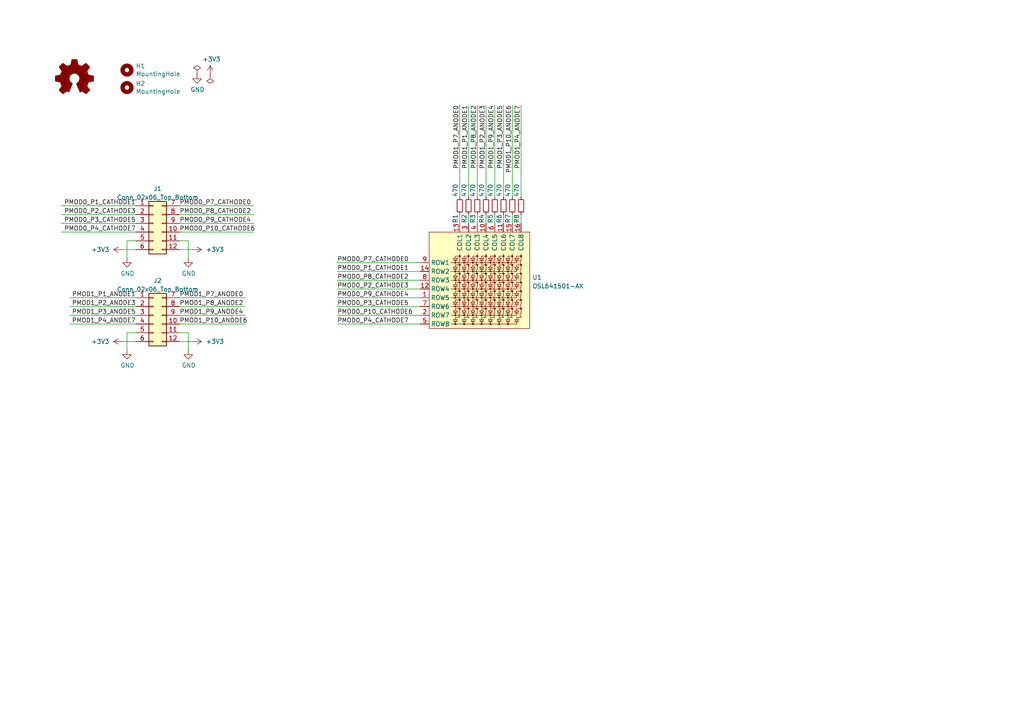
<source format=kicad_sch>
(kicad_sch (version 20211123) (generator eeschema)

  (uuid e63e39d7-6ac0-4ffd-8aa3-1841a4541b55)

  (paper "A4")

  (title_block
    (title "1000BASE-T RGMII Ethernet Board")
    (date "2023-01-12")
    (rev "Rev.A")
    (company "Kenta IDA")
  )

  (lib_symbols
    (symbol "Connector_Generic:Conn_02x06_Top_Bottom" (pin_names (offset 1.016) hide) (in_bom yes) (on_board yes)
      (property "Reference" "J" (id 0) (at 1.27 7.62 0)
        (effects (font (size 1.27 1.27)))
      )
      (property "Value" "Conn_02x06_Top_Bottom" (id 1) (at 1.27 -10.16 0)
        (effects (font (size 1.27 1.27)))
      )
      (property "Footprint" "" (id 2) (at 0 0 0)
        (effects (font (size 1.27 1.27)) hide)
      )
      (property "Datasheet" "~" (id 3) (at 0 0 0)
        (effects (font (size 1.27 1.27)) hide)
      )
      (property "ki_keywords" "connector" (id 4) (at 0 0 0)
        (effects (font (size 1.27 1.27)) hide)
      )
      (property "ki_description" "Generic connector, double row, 02x06, top/bottom pin numbering scheme (row 1: 1...pins_per_row, row2: pins_per_row+1 ... num_pins), script generated (kicad-library-utils/schlib/autogen/connector/)" (id 5) (at 0 0 0)
        (effects (font (size 1.27 1.27)) hide)
      )
      (property "ki_fp_filters" "Connector*:*_2x??_*" (id 6) (at 0 0 0)
        (effects (font (size 1.27 1.27)) hide)
      )
      (symbol "Conn_02x06_Top_Bottom_1_1"
        (rectangle (start -1.27 -7.493) (end 0 -7.747)
          (stroke (width 0.1524) (type default) (color 0 0 0 0))
          (fill (type none))
        )
        (rectangle (start -1.27 -4.953) (end 0 -5.207)
          (stroke (width 0.1524) (type default) (color 0 0 0 0))
          (fill (type none))
        )
        (rectangle (start -1.27 -2.413) (end 0 -2.667)
          (stroke (width 0.1524) (type default) (color 0 0 0 0))
          (fill (type none))
        )
        (rectangle (start -1.27 0.127) (end 0 -0.127)
          (stroke (width 0.1524) (type default) (color 0 0 0 0))
          (fill (type none))
        )
        (rectangle (start -1.27 2.667) (end 0 2.413)
          (stroke (width 0.1524) (type default) (color 0 0 0 0))
          (fill (type none))
        )
        (rectangle (start -1.27 5.207) (end 0 4.953)
          (stroke (width 0.1524) (type default) (color 0 0 0 0))
          (fill (type none))
        )
        (rectangle (start -1.27 6.35) (end 3.81 -8.89)
          (stroke (width 0.254) (type default) (color 0 0 0 0))
          (fill (type background))
        )
        (rectangle (start 3.81 -7.493) (end 2.54 -7.747)
          (stroke (width 0.1524) (type default) (color 0 0 0 0))
          (fill (type none))
        )
        (rectangle (start 3.81 -4.953) (end 2.54 -5.207)
          (stroke (width 0.1524) (type default) (color 0 0 0 0))
          (fill (type none))
        )
        (rectangle (start 3.81 -2.413) (end 2.54 -2.667)
          (stroke (width 0.1524) (type default) (color 0 0 0 0))
          (fill (type none))
        )
        (rectangle (start 3.81 0.127) (end 2.54 -0.127)
          (stroke (width 0.1524) (type default) (color 0 0 0 0))
          (fill (type none))
        )
        (rectangle (start 3.81 2.667) (end 2.54 2.413)
          (stroke (width 0.1524) (type default) (color 0 0 0 0))
          (fill (type none))
        )
        (rectangle (start 3.81 5.207) (end 2.54 4.953)
          (stroke (width 0.1524) (type default) (color 0 0 0 0))
          (fill (type none))
        )
        (pin passive line (at -5.08 5.08 0) (length 3.81)
          (name "Pin_1" (effects (font (size 1.27 1.27))))
          (number "1" (effects (font (size 1.27 1.27))))
        )
        (pin passive line (at 7.62 -2.54 180) (length 3.81)
          (name "Pin_10" (effects (font (size 1.27 1.27))))
          (number "10" (effects (font (size 1.27 1.27))))
        )
        (pin passive line (at 7.62 -5.08 180) (length 3.81)
          (name "Pin_11" (effects (font (size 1.27 1.27))))
          (number "11" (effects (font (size 1.27 1.27))))
        )
        (pin passive line (at 7.62 -7.62 180) (length 3.81)
          (name "Pin_12" (effects (font (size 1.27 1.27))))
          (number "12" (effects (font (size 1.27 1.27))))
        )
        (pin passive line (at -5.08 2.54 0) (length 3.81)
          (name "Pin_2" (effects (font (size 1.27 1.27))))
          (number "2" (effects (font (size 1.27 1.27))))
        )
        (pin passive line (at -5.08 0 0) (length 3.81)
          (name "Pin_3" (effects (font (size 1.27 1.27))))
          (number "3" (effects (font (size 1.27 1.27))))
        )
        (pin passive line (at -5.08 -2.54 0) (length 3.81)
          (name "Pin_4" (effects (font (size 1.27 1.27))))
          (number "4" (effects (font (size 1.27 1.27))))
        )
        (pin passive line (at -5.08 -5.08 0) (length 3.81)
          (name "Pin_5" (effects (font (size 1.27 1.27))))
          (number "5" (effects (font (size 1.27 1.27))))
        )
        (pin passive line (at -5.08 -7.62 0) (length 3.81)
          (name "Pin_6" (effects (font (size 1.27 1.27))))
          (number "6" (effects (font (size 1.27 1.27))))
        )
        (pin passive line (at 7.62 5.08 180) (length 3.81)
          (name "Pin_7" (effects (font (size 1.27 1.27))))
          (number "7" (effects (font (size 1.27 1.27))))
        )
        (pin passive line (at 7.62 2.54 180) (length 3.81)
          (name "Pin_8" (effects (font (size 1.27 1.27))))
          (number "8" (effects (font (size 1.27 1.27))))
        )
        (pin passive line (at 7.62 0 180) (length 3.81)
          (name "Pin_9" (effects (font (size 1.27 1.27))))
          (number "9" (effects (font (size 1.27 1.27))))
        )
      )
    )
    (symbol "Device:R_Small" (pin_numbers hide) (pin_names (offset 0.254) hide) (in_bom yes) (on_board yes)
      (property "Reference" "R" (id 0) (at 0.762 0.508 0)
        (effects (font (size 1.27 1.27)) (justify left))
      )
      (property "Value" "R_Small" (id 1) (at 0.762 -1.016 0)
        (effects (font (size 1.27 1.27)) (justify left))
      )
      (property "Footprint" "" (id 2) (at 0 0 0)
        (effects (font (size 1.27 1.27)) hide)
      )
      (property "Datasheet" "~" (id 3) (at 0 0 0)
        (effects (font (size 1.27 1.27)) hide)
      )
      (property "ki_keywords" "R resistor" (id 4) (at 0 0 0)
        (effects (font (size 1.27 1.27)) hide)
      )
      (property "ki_description" "Resistor, small symbol" (id 5) (at 0 0 0)
        (effects (font (size 1.27 1.27)) hide)
      )
      (property "ki_fp_filters" "R_*" (id 6) (at 0 0 0)
        (effects (font (size 1.27 1.27)) hide)
      )
      (symbol "R_Small_0_1"
        (rectangle (start -0.762 1.778) (end 0.762 -1.778)
          (stroke (width 0.2032) (type default) (color 0 0 0 0))
          (fill (type none))
        )
      )
      (symbol "R_Small_1_1"
        (pin passive line (at 0 2.54 270) (length 0.762)
          (name "~" (effects (font (size 1.27 1.27))))
          (number "1" (effects (font (size 1.27 1.27))))
        )
        (pin passive line (at 0 -2.54 90) (length 0.762)
          (name "~" (effects (font (size 1.27 1.27))))
          (number "2" (effects (font (size 1.27 1.27))))
        )
      )
    )
    (symbol "Graphic:Logo_Open_Hardware_Small" (pin_names (offset 1.016)) (in_bom yes) (on_board yes)
      (property "Reference" "#LOGO" (id 0) (at 0 6.985 0)
        (effects (font (size 1.27 1.27)) hide)
      )
      (property "Value" "Logo_Open_Hardware_Small" (id 1) (at 0 -5.715 0)
        (effects (font (size 1.27 1.27)) hide)
      )
      (property "Footprint" "" (id 2) (at 0 0 0)
        (effects (font (size 1.27 1.27)) hide)
      )
      (property "Datasheet" "~" (id 3) (at 0 0 0)
        (effects (font (size 1.27 1.27)) hide)
      )
      (property "ki_keywords" "Logo" (id 4) (at 0 0 0)
        (effects (font (size 1.27 1.27)) hide)
      )
      (property "ki_description" "Open Hardware logo, small" (id 5) (at 0 0 0)
        (effects (font (size 1.27 1.27)) hide)
      )
      (symbol "Logo_Open_Hardware_Small_0_1"
        (polyline
          (pts
            (xy 3.3528 -4.3434)
            (xy 3.302 -4.318)
            (xy 3.175 -4.2418)
            (xy 2.9972 -4.1148)
            (xy 2.7686 -3.9624)
            (xy 2.54 -3.81)
            (xy 2.3622 -3.7084)
            (xy 2.2352 -3.6068)
            (xy 2.1844 -3.5814)
            (xy 2.159 -3.6068)
            (xy 2.0574 -3.6576)
            (xy 1.905 -3.7338)
            (xy 1.8034 -3.7846)
            (xy 1.6764 -3.8354)
            (xy 1.6002 -3.8354)
            (xy 1.6002 -3.8354)
            (xy 1.5494 -3.7338)
            (xy 1.4732 -3.5306)
            (xy 1.3462 -3.302)
            (xy 1.2446 -3.0226)
            (xy 1.1176 -2.7178)
            (xy 0.9652 -2.413)
            (xy 0.8636 -2.1082)
            (xy 0.7366 -1.8288)
            (xy 0.6604 -1.6256)
            (xy 0.6096 -1.4732)
            (xy 0.5842 -1.397)
            (xy 0.5842 -1.397)
            (xy 0.6604 -1.3208)
            (xy 0.7874 -1.2446)
            (xy 1.0414 -1.016)
            (xy 1.2954 -0.6858)
            (xy 1.4478 -0.3302)
            (xy 1.524 0.0762)
            (xy 1.4732 0.4572)
            (xy 1.3208 0.8128)
            (xy 1.0668 1.143)
            (xy 0.762 1.3716)
            (xy 0.4064 1.524)
            (xy 0 1.5748)
            (xy -0.381 1.5494)
            (xy -0.7366 1.397)
            (xy -1.0668 1.143)
            (xy -1.2192 0.9906)
            (xy -1.397 0.6604)
            (xy -1.524 0.3048)
            (xy -1.524 0.2286)
            (xy -1.4986 -0.1778)
            (xy -1.397 -0.5334)
            (xy -1.1938 -0.8636)
            (xy -0.9144 -1.143)
            (xy -0.8636 -1.1684)
            (xy -0.7366 -1.27)
            (xy -0.635 -1.3462)
            (xy -0.5842 -1.397)
            (xy -1.0668 -2.5908)
            (xy -1.143 -2.794)
            (xy -1.2954 -3.1242)
            (xy -1.397 -3.4036)
            (xy -1.4986 -3.6322)
            (xy -1.5748 -3.7846)
            (xy -1.6002 -3.8354)
            (xy -1.6002 -3.8354)
            (xy -1.651 -3.8354)
            (xy -1.7272 -3.81)
            (xy -1.905 -3.7338)
            (xy -2.0066 -3.683)
            (xy -2.1336 -3.6068)
            (xy -2.2098 -3.5814)
            (xy -2.2606 -3.6068)
            (xy -2.3622 -3.683)
            (xy -2.54 -3.81)
            (xy -2.7686 -3.9624)
            (xy -2.9718 -4.0894)
            (xy -3.1496 -4.2164)
            (xy -3.302 -4.318)
            (xy -3.3528 -4.3434)
            (xy -3.3782 -4.3434)
            (xy -3.429 -4.318)
            (xy -3.5306 -4.2164)
            (xy -3.7084 -4.064)
            (xy -3.937 -3.8354)
            (xy -3.9624 -3.81)
            (xy -4.1656 -3.6068)
            (xy -4.318 -3.4544)
            (xy -4.4196 -3.3274)
            (xy -4.445 -3.2766)
            (xy -4.445 -3.2766)
            (xy -4.4196 -3.2258)
            (xy -4.318 -3.0734)
            (xy -4.2164 -2.8956)
            (xy -4.064 -2.667)
            (xy -3.6576 -2.0828)
            (xy -3.8862 -1.5494)
            (xy -3.937 -1.3716)
            (xy -4.0386 -1.1684)
            (xy -4.0894 -1.0414)
            (xy -4.1148 -0.9652)
            (xy -4.191 -0.9398)
            (xy -4.318 -0.9144)
            (xy -4.5466 -0.8636)
            (xy -4.8006 -0.8128)
            (xy -5.0546 -0.7874)
            (xy -5.2578 -0.7366)
            (xy -5.4356 -0.7112)
            (xy -5.5118 -0.6858)
            (xy -5.5118 -0.6858)
            (xy -5.5372 -0.635)
            (xy -5.5372 -0.5588)
            (xy -5.5372 -0.4318)
            (xy -5.5626 -0.2286)
            (xy -5.5626 0.0762)
            (xy -5.5626 0.127)
            (xy -5.5372 0.4064)
            (xy -5.5372 0.635)
            (xy -5.5372 0.762)
            (xy -5.5372 0.8382)
            (xy -5.5372 0.8382)
            (xy -5.461 0.8382)
            (xy -5.3086 0.889)
            (xy -5.08 0.9144)
            (xy -4.826 0.9652)
            (xy -4.8006 0.9906)
            (xy -4.5466 1.0414)
            (xy -4.318 1.0668)
            (xy -4.1656 1.1176)
            (xy -4.0894 1.143)
            (xy -4.0894 1.143)
            (xy -4.0386 1.2446)
            (xy -3.9624 1.4224)
            (xy -3.8608 1.6256)
            (xy -3.7846 1.8288)
            (xy -3.7084 2.0066)
            (xy -3.6576 2.159)
            (xy -3.6322 2.2098)
            (xy -3.6322 2.2098)
            (xy -3.683 2.286)
            (xy -3.7592 2.413)
            (xy -3.8862 2.5908)
            (xy -4.064 2.8194)
            (xy -4.064 2.8448)
            (xy -4.2164 3.0734)
            (xy -4.3434 3.2512)
            (xy -4.4196 3.3782)
            (xy -4.445 3.4544)
            (xy -4.445 3.4544)
            (xy -4.3942 3.5052)
            (xy -4.2926 3.6322)
            (xy -4.1148 3.81)
            (xy -3.937 4.0132)
            (xy -3.8608 4.064)
            (xy -3.6576 4.2926)
            (xy -3.5052 4.4196)
            (xy -3.4036 4.4958)
            (xy -3.3528 4.5212)
            (xy -3.3528 4.5212)
            (xy -3.302 4.4704)
            (xy -3.1496 4.3688)
            (xy -2.9718 4.2418)
            (xy -2.7432 4.0894)
            (xy -2.7178 4.0894)
            (xy -2.4892 3.937)
            (xy -2.3114 3.81)
            (xy -2.1844 3.7084)
            (xy -2.1336 3.683)
            (xy -2.1082 3.683)
            (xy -2.032 3.7084)
            (xy -1.8542 3.7592)
            (xy -1.6764 3.8354)
            (xy -1.4732 3.937)
            (xy -1.27 4.0132)
            (xy -1.143 4.064)
            (xy -1.0668 4.1148)
            (xy -1.0668 4.1148)
            (xy -1.0414 4.191)
            (xy -1.016 4.3434)
            (xy -0.9652 4.572)
            (xy -0.9144 4.8514)
            (xy -0.889 4.9022)
            (xy -0.8382 5.1562)
            (xy -0.8128 5.3848)
            (xy -0.7874 5.5372)
            (xy -0.762 5.588)
            (xy -0.7112 5.6134)
            (xy -0.5842 5.6134)
            (xy -0.4064 5.6134)
            (xy -0.1524 5.6134)
            (xy 0.0762 5.6134)
            (xy 0.3302 5.6134)
            (xy 0.5334 5.6134)
            (xy 0.6858 5.588)
            (xy 0.7366 5.588)
            (xy 0.7366 5.588)
            (xy 0.762 5.5118)
            (xy 0.8128 5.334)
            (xy 0.8382 5.1054)
            (xy 0.9144 4.826)
            (xy 0.9144 4.7752)
            (xy 0.9652 4.5212)
            (xy 1.016 4.2926)
            (xy 1.0414 4.1402)
            (xy 1.0668 4.0894)
            (xy 1.0668 4.0894)
            (xy 1.1938 4.0386)
            (xy 1.3716 3.9624)
            (xy 1.5748 3.8608)
            (xy 2.0828 3.6576)
            (xy 2.7178 4.0894)
            (xy 2.7686 4.1402)
            (xy 2.9972 4.2926)
            (xy 3.175 4.4196)
            (xy 3.302 4.4958)
            (xy 3.3782 4.5212)
            (xy 3.3782 4.5212)
            (xy 3.429 4.4704)
            (xy 3.556 4.3434)
            (xy 3.7338 4.191)
            (xy 3.9116 3.9878)
            (xy 4.064 3.8354)
            (xy 4.2418 3.6576)
            (xy 4.3434 3.556)
            (xy 4.4196 3.4798)
            (xy 4.4196 3.429)
            (xy 4.4196 3.4036)
            (xy 4.3942 3.3274)
            (xy 4.2926 3.2004)
            (xy 4.1656 2.9972)
            (xy 4.0132 2.794)
            (xy 3.8862 2.5908)
            (xy 3.7592 2.3876)
            (xy 3.6576 2.2352)
            (xy 3.6322 2.159)
            (xy 3.6322 2.1336)
            (xy 3.683 2.0066)
            (xy 3.7592 1.8288)
            (xy 3.8608 1.6002)
            (xy 4.064 1.1176)
            (xy 4.3942 1.0414)
            (xy 4.5974 1.016)
            (xy 4.8768 0.9652)
            (xy 5.1308 0.9144)
            (xy 5.5372 0.8382)
            (xy 5.5626 -0.6604)
            (xy 5.4864 -0.6858)
            (xy 5.4356 -0.6858)
            (xy 5.2832 -0.7366)
            (xy 5.0546 -0.762)
            (xy 4.8006 -0.8128)
            (xy 4.5974 -0.8636)
            (xy 4.3688 -0.9144)
            (xy 4.2164 -0.9398)
            (xy 4.1402 -0.9398)
            (xy 4.1148 -0.9652)
            (xy 4.064 -1.0668)
            (xy 3.9878 -1.2446)
            (xy 3.9116 -1.4478)
            (xy 3.81 -1.651)
            (xy 3.7338 -1.8542)
            (xy 3.683 -2.0066)
            (xy 3.6576 -2.0828)
            (xy 3.683 -2.1336)
            (xy 3.7846 -2.2606)
            (xy 3.8862 -2.4638)
            (xy 4.0386 -2.667)
            (xy 4.191 -2.8956)
            (xy 4.318 -3.0734)
            (xy 4.3942 -3.2004)
            (xy 4.445 -3.2766)
            (xy 4.4196 -3.3274)
            (xy 4.3434 -3.429)
            (xy 4.1656 -3.5814)
            (xy 3.937 -3.8354)
            (xy 3.8862 -3.8608)
            (xy 3.683 -4.064)
            (xy 3.5306 -4.2164)
            (xy 3.4036 -4.318)
            (xy 3.3528 -4.3434)
          )
          (stroke (width 0) (type default) (color 0 0 0 0))
          (fill (type outline))
        )
      )
    )
    (symbol "Mechanical:MountingHole" (pin_names (offset 1.016)) (in_bom yes) (on_board yes)
      (property "Reference" "H" (id 0) (at 0 5.08 0)
        (effects (font (size 1.27 1.27)))
      )
      (property "Value" "MountingHole" (id 1) (at 0 3.175 0)
        (effects (font (size 1.27 1.27)))
      )
      (property "Footprint" "" (id 2) (at 0 0 0)
        (effects (font (size 1.27 1.27)) hide)
      )
      (property "Datasheet" "~" (id 3) (at 0 0 0)
        (effects (font (size 1.27 1.27)) hide)
      )
      (property "ki_keywords" "mounting hole" (id 4) (at 0 0 0)
        (effects (font (size 1.27 1.27)) hide)
      )
      (property "ki_description" "Mounting Hole without connection" (id 5) (at 0 0 0)
        (effects (font (size 1.27 1.27)) hide)
      )
      (property "ki_fp_filters" "MountingHole*" (id 6) (at 0 0 0)
        (effects (font (size 1.27 1.27)) hide)
      )
      (symbol "MountingHole_0_1"
        (circle (center 0 0) (radius 1.27)
          (stroke (width 1.27) (type default) (color 0 0 0 0))
          (fill (type none))
        )
      )
    )
    (symbol "local:OSL641501-AX" (in_bom yes) (on_board yes)
      (property "Reference" "U" (id 0) (at 0 -17.78 0)
        (effects (font (size 1.27 1.27)))
      )
      (property "Value" "OSL641501-AX" (id 1) (at 0 -20.32 0)
        (effects (font (size 1.27 1.27)))
      )
      (property "Footprint" "" (id 2) (at -1.27 -2.54 0)
        (effects (font (size 1.27 1.27)) hide)
      )
      (property "Datasheet" "" (id 3) (at -1.27 -2.54 0)
        (effects (font (size 1.27 1.27)) hide)
      )
      (property "ki_description" "OptoSupply 8x8 LED Matrix (Column to Row)" (id 4) (at 0 0 0)
        (effects (font (size 1.27 1.27)) hide)
      )
      (symbol "OSL641501-AX_0_0"
        (pin passive line (at -16.51 -7.62 0) (length 2.54)
          (name "ROW5" (effects (font (size 1.27 1.27))))
          (number "1" (effects (font (size 1.27 1.27))))
        )
        (pin passive line (at 2.54 13.97 270) (length 2.54)
          (name "COL4" (effects (font (size 1.27 1.27))))
          (number "10" (effects (font (size 1.27 1.27))))
        )
        (pin passive line (at 7.62 13.97 270) (length 2.54)
          (name "COL6" (effects (font (size 1.27 1.27))))
          (number "11" (effects (font (size 1.27 1.27))))
        )
        (pin passive line (at -16.51 -5.08 0) (length 2.54)
          (name "ROW4" (effects (font (size 1.27 1.27))))
          (number "12" (effects (font (size 1.27 1.27))))
        )
        (pin passive line (at -5.08 13.97 270) (length 2.54)
          (name "COL1" (effects (font (size 1.27 1.27))))
          (number "13" (effects (font (size 1.27 1.27))))
        )
        (pin passive line (at -16.51 0 0) (length 2.54)
          (name "ROW2" (effects (font (size 1.27 1.27))))
          (number "14" (effects (font (size 1.27 1.27))))
        )
        (pin passive line (at 10.16 13.97 270) (length 2.54)
          (name "COL7" (effects (font (size 1.27 1.27))))
          (number "15" (effects (font (size 1.27 1.27))))
        )
        (pin passive line (at 12.7 13.97 270) (length 2.54)
          (name "COL8" (effects (font (size 1.27 1.27))))
          (number "16" (effects (font (size 1.27 1.27))))
        )
        (pin passive line (at -16.51 -12.7 0) (length 2.54)
          (name "ROW7" (effects (font (size 1.27 1.27))))
          (number "2" (effects (font (size 1.27 1.27))))
        )
        (pin passive line (at -2.54 13.97 270) (length 2.54)
          (name "COL2" (effects (font (size 1.27 1.27))))
          (number "3" (effects (font (size 1.27 1.27))))
        )
        (pin passive line (at 0 13.97 270) (length 2.54)
          (name "COL3" (effects (font (size 1.27 1.27))))
          (number "4" (effects (font (size 1.27 1.27))))
        )
        (pin passive line (at -16.51 -15.24 0) (length 2.54)
          (name "ROW8" (effects (font (size 1.27 1.27))))
          (number "5" (effects (font (size 1.27 1.27))))
        )
        (pin passive line (at 5.08 13.97 270) (length 2.54)
          (name "COL5" (effects (font (size 1.27 1.27))))
          (number "6" (effects (font (size 1.27 1.27))))
        )
        (pin passive line (at -16.51 -10.16 0) (length 2.54)
          (name "ROW6" (effects (font (size 1.27 1.27))))
          (number "7" (effects (font (size 1.27 1.27))))
        )
        (pin passive line (at -16.51 -2.54 0) (length 2.54)
          (name "ROW3" (effects (font (size 1.27 1.27))))
          (number "8" (effects (font (size 1.27 1.27))))
        )
        (pin passive line (at -16.51 2.54 0) (length 2.54)
          (name "ROW1" (effects (font (size 1.27 1.27))))
          (number "9" (effects (font (size 1.27 1.27))))
        )
      )
      (symbol "OSL641501-AX_0_1"
        (rectangle (start -13.97 11.43) (end 15.24 -16.51)
          (stroke (width 0.1524) (type default) (color 0 0 0 0))
          (fill (type background))
        )
        (circle (center -6.35 -15.24) (radius 0.0001)
          (stroke (width 0.3) (type default) (color 0 0 0 0))
          (fill (type none))
        )
        (circle (center -6.35 -12.7) (radius 0.0001)
          (stroke (width 0.3) (type default) (color 0 0 0 0))
          (fill (type none))
        )
        (circle (center -6.35 -10.16) (radius 0.0001)
          (stroke (width 0.3) (type default) (color 0 0 0 0))
          (fill (type none))
        )
        (circle (center -6.35 -7.62) (radius 0.0001)
          (stroke (width 0.3) (type default) (color 0 0 0 0))
          (fill (type none))
        )
        (circle (center -6.35 -5.08) (radius 0.0001)
          (stroke (width 0.3) (type default) (color 0 0 0 0))
          (fill (type none))
        )
        (circle (center -6.35 -2.54) (radius 0.0001)
          (stroke (width 0.3) (type default) (color 0 0 0 0))
          (fill (type none))
        )
        (circle (center -6.35 0) (radius 0.0001)
          (stroke (width 0.3) (type default) (color 0 0 0 0))
          (fill (type none))
        )
        (circle (center -6.35 2.54) (radius 0.0001)
          (stroke (width 0.3) (type default) (color 0 0 0 0))
          (fill (type none))
        )
        (arc (start -5.08 -12.065) (mid -5.343 -12.7) (end -5.08 -13.335)
          (stroke (width 0.1524) (type default) (color 0 0 0 0))
          (fill (type none))
        )
        (circle (center -5.08 -10.795) (radius 0.0001)
          (stroke (width 0.3) (type default) (color 0 0 0 0))
          (fill (type none))
        )
        (arc (start -5.08 -9.525) (mid -5.343 -10.16) (end -5.08 -10.795)
          (stroke (width 0.1524) (type default) (color 0 0 0 0))
          (fill (type none))
        )
        (circle (center -5.08 -8.255) (radius 0.0001)
          (stroke (width 0.3) (type default) (color 0 0 0 0))
          (fill (type none))
        )
        (arc (start -5.08 -6.985) (mid -5.343 -7.62) (end -5.08 -8.255)
          (stroke (width 0.1524) (type default) (color 0 0 0 0))
          (fill (type none))
        )
        (circle (center -5.08 -5.715) (radius 0.0001)
          (stroke (width 0.3) (type default) (color 0 0 0 0))
          (fill (type none))
        )
        (arc (start -5.08 -4.445) (mid -5.343 -5.08) (end -5.08 -5.715)
          (stroke (width 0.1524) (type default) (color 0 0 0 0))
          (fill (type none))
        )
        (circle (center -5.08 -3.175) (radius 0.0001)
          (stroke (width 0.3) (type default) (color 0 0 0 0))
          (fill (type none))
        )
        (arc (start -5.08 -1.905) (mid -5.343 -2.54) (end -5.08 -3.175)
          (stroke (width 0.1524) (type default) (color 0 0 0 0))
          (fill (type none))
        )
        (circle (center -5.08 -0.635) (radius 0.0001)
          (stroke (width 0.3) (type default) (color 0 0 0 0))
          (fill (type none))
        )
        (arc (start -5.08 0.635) (mid -5.343 0) (end -5.08 -0.635)
          (stroke (width 0.1524) (type default) (color 0 0 0 0))
          (fill (type none))
        )
        (circle (center -5.08 1.905) (radius 0.0001)
          (stroke (width 0.3) (type default) (color 0 0 0 0))
          (fill (type none))
        )
        (arc (start -5.08 3.175) (mid -5.343 2.54) (end -5.08 1.905)
          (stroke (width 0.1524) (type default) (color 0 0 0 0))
          (fill (type none))
        )
        (circle (center -5.08 4.445) (radius 0.0001)
          (stroke (width 0.3) (type default) (color 0 0 0 0))
          (fill (type none))
        )
        (circle (center -3.81 -15.24) (radius 0.0001)
          (stroke (width 0.3) (type default) (color 0 0 0 0))
          (fill (type none))
        )
        (circle (center -3.81 -12.7) (radius 0.0001)
          (stroke (width 0.3) (type default) (color 0 0 0 0))
          (fill (type none))
        )
        (circle (center -3.81 -10.16) (radius 0.0001)
          (stroke (width 0.3) (type default) (color 0 0 0 0))
          (fill (type none))
        )
        (circle (center -3.81 -7.62) (radius 0.0001)
          (stroke (width 0.3) (type default) (color 0 0 0 0))
          (fill (type none))
        )
        (circle (center -3.81 -5.08) (radius 0.0001)
          (stroke (width 0.3) (type default) (color 0 0 0 0))
          (fill (type none))
        )
        (circle (center -3.81 -2.54) (radius 0.0001)
          (stroke (width 0.3) (type default) (color 0 0 0 0))
          (fill (type none))
        )
        (circle (center -3.81 0) (radius 0.0001)
          (stroke (width 0.3) (type default) (color 0 0 0 0))
          (fill (type none))
        )
        (circle (center -3.81 2.54) (radius 0.0001)
          (stroke (width 0.3) (type default) (color 0 0 0 0))
          (fill (type none))
        )
        (circle (center -2.54 -13.335) (radius 0.0001)
          (stroke (width 0.1524) (type default) (color 0 0 0 0))
          (fill (type none))
        )
        (arc (start -2.54 -12.065) (mid -2.803 -12.7) (end -2.54 -13.335)
          (stroke (width 0.1524) (type default) (color 0 0 0 0))
          (fill (type none))
        )
        (circle (center -2.54 -10.795) (radius 0.0001)
          (stroke (width 0.1524) (type default) (color 0 0 0 0))
          (fill (type none))
        )
        (circle (center -2.54 -10.795) (radius 0.0001)
          (stroke (width 0.3) (type default) (color 0 0 0 0))
          (fill (type none))
        )
        (arc (start -2.54 -9.525) (mid -2.803 -10.16) (end -2.54 -10.795)
          (stroke (width 0.1524) (type default) (color 0 0 0 0))
          (fill (type none))
        )
        (circle (center -2.54 -8.255) (radius 0.0001)
          (stroke (width 0.1524) (type default) (color 0 0 0 0))
          (fill (type none))
        )
        (circle (center -2.54 -8.255) (radius 0.0001)
          (stroke (width 0.3) (type default) (color 0 0 0 0))
          (fill (type none))
        )
        (arc (start -2.54 -6.985) (mid -2.803 -7.62) (end -2.54 -8.255)
          (stroke (width 0.1524) (type default) (color 0 0 0 0))
          (fill (type none))
        )
        (circle (center -2.54 -5.715) (radius 0.0001)
          (stroke (width 0.1524) (type default) (color 0 0 0 0))
          (fill (type none))
        )
        (circle (center -2.54 -5.715) (radius 0.0001)
          (stroke (width 0.3) (type default) (color 0 0 0 0))
          (fill (type none))
        )
        (arc (start -2.54 -4.445) (mid -2.803 -5.08) (end -2.54 -5.715)
          (stroke (width 0.1524) (type default) (color 0 0 0 0))
          (fill (type none))
        )
        (circle (center -2.54 -3.175) (radius 0.0001)
          (stroke (width 0.1524) (type default) (color 0 0 0 0))
          (fill (type none))
        )
        (circle (center -2.54 -3.175) (radius 0.0001)
          (stroke (width 0.3) (type default) (color 0 0 0 0))
          (fill (type none))
        )
        (arc (start -2.54 -1.905) (mid -2.803 -2.54) (end -2.54 -3.175)
          (stroke (width 0.1524) (type default) (color 0 0 0 0))
          (fill (type none))
        )
        (circle (center -2.54 -0.635) (radius 0.0001)
          (stroke (width 0.1524) (type default) (color 0 0 0 0))
          (fill (type none))
        )
        (circle (center -2.54 -0.635) (radius 0.0001)
          (stroke (width 0.3) (type default) (color 0 0 0 0))
          (fill (type none))
        )
        (arc (start -2.54 0.635) (mid -2.803 0) (end -2.54 -0.635)
          (stroke (width 0.1524) (type default) (color 0 0 0 0))
          (fill (type none))
        )
        (circle (center -2.54 1.905) (radius 0.0001)
          (stroke (width 0.1524) (type default) (color 0 0 0 0))
          (fill (type none))
        )
        (circle (center -2.54 1.905) (radius 0.0001)
          (stroke (width 0.3) (type default) (color 0 0 0 0))
          (fill (type none))
        )
        (arc (start -2.54 3.175) (mid -2.803 2.54) (end -2.54 1.905)
          (stroke (width 0.1524) (type default) (color 0 0 0 0))
          (fill (type none))
        )
        (circle (center -2.54 4.445) (radius 0.0001)
          (stroke (width 0.1524) (type default) (color 0 0 0 0))
          (fill (type none))
        )
        (circle (center -2.54 4.445) (radius 0.0001)
          (stroke (width 0.3) (type default) (color 0 0 0 0))
          (fill (type none))
        )
        (circle (center -1.27 -15.24) (radius 0.0001)
          (stroke (width 0.3) (type default) (color 0 0 0 0))
          (fill (type none))
        )
        (circle (center -1.27 -12.7) (radius 0.0001)
          (stroke (width 0.3) (type default) (color 0 0 0 0))
          (fill (type none))
        )
        (circle (center -1.27 -10.16) (radius 0.0001)
          (stroke (width 0.3) (type default) (color 0 0 0 0))
          (fill (type none))
        )
        (circle (center -1.27 -7.62) (radius 0.0001)
          (stroke (width 0.3) (type default) (color 0 0 0 0))
          (fill (type none))
        )
        (circle (center -1.27 -5.08) (radius 0.0001)
          (stroke (width 0.3) (type default) (color 0 0 0 0))
          (fill (type none))
        )
        (circle (center -1.27 -2.54) (radius 0.0001)
          (stroke (width 0.3) (type default) (color 0 0 0 0))
          (fill (type none))
        )
        (circle (center -1.27 0) (radius 0.0001)
          (stroke (width 0.3) (type default) (color 0 0 0 0))
          (fill (type none))
        )
        (circle (center -1.27 2.54) (radius 0.0001)
          (stroke (width 0.3) (type default) (color 0 0 0 0))
          (fill (type none))
        )
        (arc (start 0 -12.065) (mid -0.263 -12.7) (end 0 -13.335)
          (stroke (width 0.1524) (type default) (color 0 0 0 0))
          (fill (type none))
        )
        (circle (center 0 -10.795) (radius 0.0001)
          (stroke (width 0.3) (type default) (color 0 0 0 0))
          (fill (type none))
        )
        (arc (start 0 -9.525) (mid -0.263 -10.16) (end 0 -10.795)
          (stroke (width 0.1524) (type default) (color 0 0 0 0))
          (fill (type none))
        )
        (circle (center 0 -8.255) (radius 0.0001)
          (stroke (width 0.3) (type default) (color 0 0 0 0))
          (fill (type none))
        )
        (arc (start 0 -6.985) (mid -0.263 -7.62) (end 0 -8.255)
          (stroke (width 0.1524) (type default) (color 0 0 0 0))
          (fill (type none))
        )
        (circle (center 0 -5.715) (radius 0.0001)
          (stroke (width 0.3) (type default) (color 0 0 0 0))
          (fill (type none))
        )
        (arc (start 0 -4.445) (mid -0.263 -5.08) (end 0 -5.715)
          (stroke (width 0.1524) (type default) (color 0 0 0 0))
          (fill (type none))
        )
        (circle (center 0 -3.175) (radius 0.0001)
          (stroke (width 0.3) (type default) (color 0 0 0 0))
          (fill (type none))
        )
        (arc (start 0 -1.905) (mid -0.263 -2.54) (end 0 -3.175)
          (stroke (width 0.1524) (type default) (color 0 0 0 0))
          (fill (type none))
        )
        (circle (center 0 -0.635) (radius 0.0001)
          (stroke (width 0.3) (type default) (color 0 0 0 0))
          (fill (type none))
        )
        (polyline
          (pts
            (xy -7.62 -15.24)
            (xy 11.43 -15.24)
          )
          (stroke (width 0.1524) (type default) (color 0 0 0 0))
          (fill (type none))
        )
        (polyline
          (pts
            (xy -7.62 -12.7)
            (xy 11.43 -12.7)
          )
          (stroke (width 0.1524) (type default) (color 0 0 0 0))
          (fill (type none))
        )
        (polyline
          (pts
            (xy -7.62 -10.16)
            (xy 11.43 -10.16)
          )
          (stroke (width 0.1524) (type default) (color 0 0 0 0))
          (fill (type none))
        )
        (polyline
          (pts
            (xy -7.62 -7.62)
            (xy 11.43 -7.62)
          )
          (stroke (width 0.1524) (type default) (color 0 0 0 0))
          (fill (type none))
        )
        (polyline
          (pts
            (xy -7.62 -5.08)
            (xy 11.43 -5.08)
          )
          (stroke (width 0.1524) (type default) (color 0 0 0 0))
          (fill (type none))
        )
        (polyline
          (pts
            (xy -7.62 -2.54)
            (xy 11.43 -2.54)
          )
          (stroke (width 0.1524) (type default) (color 0 0 0 0))
          (fill (type none))
        )
        (polyline
          (pts
            (xy -7.62 0)
            (xy 11.43 0)
          )
          (stroke (width 0.1524) (type default) (color 0 0 0 0))
          (fill (type none))
        )
        (polyline
          (pts
            (xy -7.62 2.54)
            (xy 11.43 2.54)
          )
          (stroke (width 0.1524) (type default) (color 0 0 0 0))
          (fill (type none))
        )
        (polyline
          (pts
            (xy -6.985 -14.605)
            (xy -5.715 -14.605)
          )
          (stroke (width 0.1524) (type default) (color 0 0 0 0))
          (fill (type none))
        )
        (polyline
          (pts
            (xy -6.985 -12.065)
            (xy -5.715 -12.065)
          )
          (stroke (width 0.1524) (type default) (color 0 0 0 0))
          (fill (type none))
        )
        (polyline
          (pts
            (xy -6.985 -9.525)
            (xy -5.715 -9.525)
          )
          (stroke (width 0.1524) (type default) (color 0 0 0 0))
          (fill (type none))
        )
        (polyline
          (pts
            (xy -6.985 -6.985)
            (xy -5.715 -6.985)
          )
          (stroke (width 0.1524) (type default) (color 0 0 0 0))
          (fill (type none))
        )
        (polyline
          (pts
            (xy -6.985 -4.445)
            (xy -5.715 -4.445)
          )
          (stroke (width 0.1524) (type default) (color 0 0 0 0))
          (fill (type none))
        )
        (polyline
          (pts
            (xy -6.985 -1.905)
            (xy -5.715 -1.905)
          )
          (stroke (width 0.1524) (type default) (color 0 0 0 0))
          (fill (type none))
        )
        (polyline
          (pts
            (xy -6.985 0.635)
            (xy -5.715 0.635)
          )
          (stroke (width 0.1524) (type default) (color 0 0 0 0))
          (fill (type none))
        )
        (polyline
          (pts
            (xy -6.985 3.175)
            (xy -5.715 3.175)
          )
          (stroke (width 0.1524) (type default) (color 0 0 0 0))
          (fill (type none))
        )
        (polyline
          (pts
            (xy -6.35 -14.605)
            (xy -6.35 -15.24)
          )
          (stroke (width 0.1524) (type default) (color 0 0 0 0))
          (fill (type none))
        )
        (polyline
          (pts
            (xy -6.35 -13.335)
            (xy -5.08 -13.335)
          )
          (stroke (width 0.1524) (type default) (color 0 0 0 0))
          (fill (type none))
        )
        (polyline
          (pts
            (xy -6.35 -12.065)
            (xy -6.35 -12.7)
          )
          (stroke (width 0.1524) (type default) (color 0 0 0 0))
          (fill (type none))
        )
        (polyline
          (pts
            (xy -6.35 -10.795)
            (xy -5.08 -10.795)
          )
          (stroke (width 0.1524) (type default) (color 0 0 0 0))
          (fill (type none))
        )
        (polyline
          (pts
            (xy -6.35 -9.525)
            (xy -6.35 -10.16)
          )
          (stroke (width 0.1524) (type default) (color 0 0 0 0))
          (fill (type none))
        )
        (polyline
          (pts
            (xy -6.35 -8.255)
            (xy -5.08 -8.255)
          )
          (stroke (width 0.1524) (type default) (color 0 0 0 0))
          (fill (type none))
        )
        (polyline
          (pts
            (xy -6.35 -6.985)
            (xy -6.35 -7.62)
          )
          (stroke (width 0.1524) (type default) (color 0 0 0 0))
          (fill (type none))
        )
        (polyline
          (pts
            (xy -6.35 -5.715)
            (xy -5.08 -5.715)
          )
          (stroke (width 0.1524) (type default) (color 0 0 0 0))
          (fill (type none))
        )
        (polyline
          (pts
            (xy -6.35 -4.445)
            (xy -6.35 -5.08)
          )
          (stroke (width 0.1524) (type default) (color 0 0 0 0))
          (fill (type none))
        )
        (polyline
          (pts
            (xy -6.35 -3.175)
            (xy -5.08 -3.175)
          )
          (stroke (width 0.1524) (type default) (color 0 0 0 0))
          (fill (type none))
        )
        (polyline
          (pts
            (xy -6.35 -1.905)
            (xy -6.35 -2.54)
          )
          (stroke (width 0.1524) (type default) (color 0 0 0 0))
          (fill (type none))
        )
        (polyline
          (pts
            (xy -6.35 -0.635)
            (xy -5.08 -0.635)
          )
          (stroke (width 0.1524) (type default) (color 0 0 0 0))
          (fill (type none))
        )
        (polyline
          (pts
            (xy -6.35 0.635)
            (xy -6.35 0)
          )
          (stroke (width 0.1524) (type default) (color 0 0 0 0))
          (fill (type none))
        )
        (polyline
          (pts
            (xy -6.35 1.905)
            (xy -5.08 1.905)
          )
          (stroke (width 0.1524) (type default) (color 0 0 0 0))
          (fill (type none))
        )
        (polyline
          (pts
            (xy -6.35 3.175)
            (xy -6.35 2.54)
          )
          (stroke (width 0.1524) (type default) (color 0 0 0 0))
          (fill (type none))
        )
        (polyline
          (pts
            (xy -5.08 -10.795)
            (xy -5.08 -12.065)
          )
          (stroke (width 0.1524) (type default) (color 0 0 0 0))
          (fill (type none))
        )
        (polyline
          (pts
            (xy -5.08 -8.255)
            (xy -5.08 -9.525)
          )
          (stroke (width 0.1524) (type default) (color 0 0 0 0))
          (fill (type none))
        )
        (polyline
          (pts
            (xy -5.08 -5.715)
            (xy -5.08 -6.985)
          )
          (stroke (width 0.1524) (type default) (color 0 0 0 0))
          (fill (type none))
        )
        (polyline
          (pts
            (xy -5.08 -3.175)
            (xy -5.08 -4.445)
          )
          (stroke (width 0.1524) (type default) (color 0 0 0 0))
          (fill (type none))
        )
        (polyline
          (pts
            (xy -5.08 -0.635)
            (xy -5.08 -1.905)
          )
          (stroke (width 0.1524) (type default) (color 0 0 0 0))
          (fill (type none))
        )
        (polyline
          (pts
            (xy -5.08 1.905)
            (xy -5.08 0.635)
          )
          (stroke (width 0.1524) (type default) (color 0 0 0 0))
          (fill (type none))
        )
        (polyline
          (pts
            (xy -5.08 4.445)
            (xy -5.08 3.175)
          )
          (stroke (width 0.1524) (type default) (color 0 0 0 0))
          (fill (type none))
        )
        (polyline
          (pts
            (xy -4.445 -14.605)
            (xy -3.175 -14.605)
          )
          (stroke (width 0.1524) (type default) (color 0 0 0 0))
          (fill (type none))
        )
        (polyline
          (pts
            (xy -4.445 -12.065)
            (xy -3.175 -12.065)
          )
          (stroke (width 0.1524) (type default) (color 0 0 0 0))
          (fill (type none))
        )
        (polyline
          (pts
            (xy -4.445 -9.525)
            (xy -3.175 -9.525)
          )
          (stroke (width 0.1524) (type default) (color 0 0 0 0))
          (fill (type none))
        )
        (polyline
          (pts
            (xy -4.445 -6.985)
            (xy -3.175 -6.985)
          )
          (stroke (width 0.1524) (type default) (color 0 0 0 0))
          (fill (type none))
        )
        (polyline
          (pts
            (xy -4.445 -4.445)
            (xy -3.175 -4.445)
          )
          (stroke (width 0.1524) (type default) (color 0 0 0 0))
          (fill (type none))
        )
        (polyline
          (pts
            (xy -4.445 -1.905)
            (xy -3.175 -1.905)
          )
          (stroke (width 0.1524) (type default) (color 0 0 0 0))
          (fill (type none))
        )
        (polyline
          (pts
            (xy -4.445 0.635)
            (xy -3.175 0.635)
          )
          (stroke (width 0.1524) (type default) (color 0 0 0 0))
          (fill (type none))
        )
        (polyline
          (pts
            (xy -4.445 3.175)
            (xy -3.175 3.175)
          )
          (stroke (width 0.1524) (type default) (color 0 0 0 0))
          (fill (type none))
        )
        (polyline
          (pts
            (xy -3.81 -14.605)
            (xy -3.81 -15.24)
          )
          (stroke (width 0.1524) (type default) (color 0 0 0 0))
          (fill (type none))
        )
        (polyline
          (pts
            (xy -3.81 -13.335)
            (xy -2.54 -13.335)
          )
          (stroke (width 0.1524) (type default) (color 0 0 0 0))
          (fill (type none))
        )
        (polyline
          (pts
            (xy -3.81 -12.065)
            (xy -3.81 -12.7)
          )
          (stroke (width 0.1524) (type default) (color 0 0 0 0))
          (fill (type none))
        )
        (polyline
          (pts
            (xy -3.81 -10.795)
            (xy -2.54 -10.795)
          )
          (stroke (width 0.1524) (type default) (color 0 0 0 0))
          (fill (type none))
        )
        (polyline
          (pts
            (xy -3.81 -9.525)
            (xy -3.81 -10.16)
          )
          (stroke (width 0.1524) (type default) (color 0 0 0 0))
          (fill (type none))
        )
        (polyline
          (pts
            (xy -3.81 -8.255)
            (xy -2.54 -8.255)
          )
          (stroke (width 0.1524) (type default) (color 0 0 0 0))
          (fill (type none))
        )
        (polyline
          (pts
            (xy -3.81 -6.985)
            (xy -3.81 -7.62)
          )
          (stroke (width 0.1524) (type default) (color 0 0 0 0))
          (fill (type none))
        )
        (polyline
          (pts
            (xy -3.81 -5.715)
            (xy -2.54 -5.715)
          )
          (stroke (width 0.1524) (type default) (color 0 0 0 0))
          (fill (type none))
        )
        (polyline
          (pts
            (xy -3.81 -4.445)
            (xy -3.81 -5.08)
          )
          (stroke (width 0.1524) (type default) (color 0 0 0 0))
          (fill (type none))
        )
        (polyline
          (pts
            (xy -3.81 -3.175)
            (xy -2.54 -3.175)
          )
          (stroke (width 0.1524) (type default) (color 0 0 0 0))
          (fill (type none))
        )
        (polyline
          (pts
            (xy -3.81 -1.905)
            (xy -3.81 -2.54)
          )
          (stroke (width 0.1524) (type default) (color 0 0 0 0))
          (fill (type none))
        )
        (polyline
          (pts
            (xy -3.81 -0.635)
            (xy -2.54 -0.635)
          )
          (stroke (width 0.1524) (type default) (color 0 0 0 0))
          (fill (type none))
        )
        (polyline
          (pts
            (xy -3.81 0.635)
            (xy -3.81 0)
          )
          (stroke (width 0.1524) (type default) (color 0 0 0 0))
          (fill (type none))
        )
        (polyline
          (pts
            (xy -3.81 1.905)
            (xy -2.54 1.905)
          )
          (stroke (width 0.1524) (type default) (color 0 0 0 0))
          (fill (type none))
        )
        (polyline
          (pts
            (xy -3.81 3.175)
            (xy -3.81 2.54)
          )
          (stroke (width 0.1524) (type default) (color 0 0 0 0))
          (fill (type none))
        )
        (polyline
          (pts
            (xy -2.54 -10.795)
            (xy -2.54 -12.065)
          )
          (stroke (width 0.1524) (type default) (color 0 0 0 0))
          (fill (type none))
        )
        (polyline
          (pts
            (xy -2.54 -8.255)
            (xy -2.54 -9.525)
          )
          (stroke (width 0.1524) (type default) (color 0 0 0 0))
          (fill (type none))
        )
        (polyline
          (pts
            (xy -2.54 -5.715)
            (xy -2.54 -6.985)
          )
          (stroke (width 0.1524) (type default) (color 0 0 0 0))
          (fill (type none))
        )
        (polyline
          (pts
            (xy -2.54 -3.175)
            (xy -2.54 -4.445)
          )
          (stroke (width 0.1524) (type default) (color 0 0 0 0))
          (fill (type none))
        )
        (polyline
          (pts
            (xy -2.54 -0.635)
            (xy -2.54 -1.905)
          )
          (stroke (width 0.1524) (type default) (color 0 0 0 0))
          (fill (type none))
        )
        (polyline
          (pts
            (xy -2.54 1.905)
            (xy -2.54 0.635)
          )
          (stroke (width 0.1524) (type default) (color 0 0 0 0))
          (fill (type none))
        )
        (polyline
          (pts
            (xy -2.54 4.445)
            (xy -2.54 3.175)
          )
          (stroke (width 0.1524) (type default) (color 0 0 0 0))
          (fill (type none))
        )
        (polyline
          (pts
            (xy -1.905 -14.605)
            (xy -0.635 -14.605)
          )
          (stroke (width 0.1524) (type default) (color 0 0 0 0))
          (fill (type none))
        )
        (polyline
          (pts
            (xy -1.905 -12.065)
            (xy -0.635 -12.065)
          )
          (stroke (width 0.1524) (type default) (color 0 0 0 0))
          (fill (type none))
        )
        (polyline
          (pts
            (xy -1.905 -9.525)
            (xy -0.635 -9.525)
          )
          (stroke (width 0.1524) (type default) (color 0 0 0 0))
          (fill (type none))
        )
        (polyline
          (pts
            (xy -1.905 -6.985)
            (xy -0.635 -6.985)
          )
          (stroke (width 0.1524) (type default) (color 0 0 0 0))
          (fill (type none))
        )
        (polyline
          (pts
            (xy -1.905 -4.445)
            (xy -0.635 -4.445)
          )
          (stroke (width 0.1524) (type default) (color 0 0 0 0))
          (fill (type none))
        )
        (polyline
          (pts
            (xy -1.905 -1.905)
            (xy -0.635 -1.905)
          )
          (stroke (width 0.1524) (type default) (color 0 0 0 0))
          (fill (type none))
        )
        (polyline
          (pts
            (xy -1.905 0.635)
            (xy -0.635 0.635)
          )
          (stroke (width 0.1524) (type default) (color 0 0 0 0))
          (fill (type none))
        )
        (polyline
          (pts
            (xy -1.905 3.175)
            (xy -0.635 3.175)
          )
          (stroke (width 0.1524) (type default) (color 0 0 0 0))
          (fill (type none))
        )
        (polyline
          (pts
            (xy -1.27 -14.605)
            (xy -1.27 -15.24)
          )
          (stroke (width 0.1524) (type default) (color 0 0 0 0))
          (fill (type none))
        )
        (polyline
          (pts
            (xy -1.27 -13.335)
            (xy 0 -13.335)
          )
          (stroke (width 0.1524) (type default) (color 0 0 0 0))
          (fill (type none))
        )
        (polyline
          (pts
            (xy -1.27 -12.065)
            (xy -1.27 -12.7)
          )
          (stroke (width 0.1524) (type default) (color 0 0 0 0))
          (fill (type none))
        )
        (polyline
          (pts
            (xy -1.27 -10.795)
            (xy 0 -10.795)
          )
          (stroke (width 0.1524) (type default) (color 0 0 0 0))
          (fill (type none))
        )
        (polyline
          (pts
            (xy -1.27 -9.525)
            (xy -1.27 -10.16)
          )
          (stroke (width 0.1524) (type default) (color 0 0 0 0))
          (fill (type none))
        )
        (polyline
          (pts
            (xy -1.27 -8.255)
            (xy 0 -8.255)
          )
          (stroke (width 0.1524) (type default) (color 0 0 0 0))
          (fill (type none))
        )
        (polyline
          (pts
            (xy -1.27 -6.985)
            (xy -1.27 -7.62)
          )
          (stroke (width 0.1524) (type default) (color 0 0 0 0))
          (fill (type none))
        )
        (polyline
          (pts
            (xy -1.27 -5.715)
            (xy 0 -5.715)
          )
          (stroke (width 0.1524) (type default) (color 0 0 0 0))
          (fill (type none))
        )
        (polyline
          (pts
            (xy -1.27 -4.445)
            (xy -1.27 -5.08)
          )
          (stroke (width 0.1524) (type default) (color 0 0 0 0))
          (fill (type none))
        )
        (polyline
          (pts
            (xy -1.27 -3.175)
            (xy 0 -3.175)
          )
          (stroke (width 0.1524) (type default) (color 0 0 0 0))
          (fill (type none))
        )
        (polyline
          (pts
            (xy -1.27 -1.905)
            (xy -1.27 -2.54)
          )
          (stroke (width 0.1524) (type default) (color 0 0 0 0))
          (fill (type none))
        )
        (polyline
          (pts
            (xy -1.27 -0.635)
            (xy 0 -0.635)
          )
          (stroke (width 0.1524) (type default) (color 0 0 0 0))
          (fill (type none))
        )
        (polyline
          (pts
            (xy -1.27 0.635)
            (xy -1.27 0)
          )
          (stroke (width 0.1524) (type default) (color 0 0 0 0))
          (fill (type none))
        )
        (polyline
          (pts
            (xy -1.27 1.905)
            (xy 0 1.905)
          )
          (stroke (width 0.1524) (type default) (color 0 0 0 0))
          (fill (type none))
        )
        (polyline
          (pts
            (xy -1.27 3.175)
            (xy -1.27 2.54)
          )
          (stroke (width 0.1524) (type default) (color 0 0 0 0))
          (fill (type none))
        )
        (polyline
          (pts
            (xy 0 -10.795)
            (xy 0 -12.065)
          )
          (stroke (width 0.1524) (type default) (color 0 0 0 0))
          (fill (type none))
        )
        (polyline
          (pts
            (xy 0 -8.255)
            (xy 0 -9.525)
          )
          (stroke (width 0.1524) (type default) (color 0 0 0 0))
          (fill (type none))
        )
        (polyline
          (pts
            (xy 0 -5.715)
            (xy 0 -6.985)
          )
          (stroke (width 0.1524) (type default) (color 0 0 0 0))
          (fill (type none))
        )
        (polyline
          (pts
            (xy 0 -3.175)
            (xy 0 -4.445)
          )
          (stroke (width 0.1524) (type default) (color 0 0 0 0))
          (fill (type none))
        )
        (polyline
          (pts
            (xy 0 -0.635)
            (xy 0 -1.905)
          )
          (stroke (width 0.1524) (type default) (color 0 0 0 0))
          (fill (type none))
        )
        (polyline
          (pts
            (xy 0 1.905)
            (xy 0 0.635)
          )
          (stroke (width 0.1524) (type default) (color 0 0 0 0))
          (fill (type none))
        )
        (polyline
          (pts
            (xy 0 4.445)
            (xy 0 3.175)
          )
          (stroke (width 0.1524) (type default) (color 0 0 0 0))
          (fill (type none))
        )
        (polyline
          (pts
            (xy 0.635 -14.605)
            (xy 1.905 -14.605)
          )
          (stroke (width 0.1524) (type default) (color 0 0 0 0))
          (fill (type none))
        )
        (polyline
          (pts
            (xy 0.635 -12.065)
            (xy 1.905 -12.065)
          )
          (stroke (width 0.1524) (type default) (color 0 0 0 0))
          (fill (type none))
        )
        (polyline
          (pts
            (xy 0.635 -9.525)
            (xy 1.905 -9.525)
          )
          (stroke (width 0.1524) (type default) (color 0 0 0 0))
          (fill (type none))
        )
        (polyline
          (pts
            (xy 0.635 -6.985)
            (xy 1.905 -6.985)
          )
          (stroke (width 0.1524) (type default) (color 0 0 0 0))
          (fill (type none))
        )
        (polyline
          (pts
            (xy 0.635 -4.445)
            (xy 1.905 -4.445)
          )
          (stroke (width 0.1524) (type default) (color 0 0 0 0))
          (fill (type none))
        )
        (polyline
          (pts
            (xy 0.635 -1.905)
            (xy 1.905 -1.905)
          )
          (stroke (width 0.1524) (type default) (color 0 0 0 0))
          (fill (type none))
        )
        (polyline
          (pts
            (xy 0.635 0.635)
            (xy 1.905 0.635)
          )
          (stroke (width 0.1524) (type default) (color 0 0 0 0))
          (fill (type none))
        )
        (polyline
          (pts
            (xy 0.635 3.175)
            (xy 1.905 3.175)
          )
          (stroke (width 0.1524) (type default) (color 0 0 0 0))
          (fill (type none))
        )
        (polyline
          (pts
            (xy 1.27 -14.605)
            (xy 1.27 -15.24)
          )
          (stroke (width 0.1524) (type default) (color 0 0 0 0))
          (fill (type none))
        )
        (polyline
          (pts
            (xy 1.27 -13.335)
            (xy 2.54 -13.335)
          )
          (stroke (width 0.1524) (type default) (color 0 0 0 0))
          (fill (type none))
        )
        (polyline
          (pts
            (xy 1.27 -12.065)
            (xy 1.27 -12.7)
          )
          (stroke (width 0.1524) (type default) (color 0 0 0 0))
          (fill (type none))
        )
        (polyline
          (pts
            (xy 1.27 -10.795)
            (xy 2.54 -10.795)
          )
          (stroke (width 0.1524) (type default) (color 0 0 0 0))
          (fill (type none))
        )
        (polyline
          (pts
            (xy 1.27 -9.525)
            (xy 1.27 -10.16)
          )
          (stroke (width 0.1524) (type default) (color 0 0 0 0))
          (fill (type none))
        )
        (polyline
          (pts
            (xy 1.27 -8.255)
            (xy 2.54 -8.255)
          )
          (stroke (width 0.1524) (type default) (color 0 0 0 0))
          (fill (type none))
        )
        (polyline
          (pts
            (xy 1.27 -6.985)
            (xy 1.27 -7.62)
          )
          (stroke (width 0.1524) (type default) (color 0 0 0 0))
          (fill (type none))
        )
        (polyline
          (pts
            (xy 1.27 -5.715)
            (xy 2.54 -5.715)
          )
          (stroke (width 0.1524) (type default) (color 0 0 0 0))
          (fill (type none))
        )
        (polyline
          (pts
            (xy 1.27 -4.445)
            (xy 1.27 -5.08)
          )
          (stroke (width 0.1524) (type default) (color 0 0 0 0))
          (fill (type none))
        )
        (polyline
          (pts
            (xy 1.27 -3.175)
            (xy 2.54 -3.175)
          )
          (stroke (width 0.1524) (type default) (color 0 0 0 0))
          (fill (type none))
        )
        (polyline
          (pts
            (xy 1.27 -1.905)
            (xy 1.27 -2.54)
          )
          (stroke (width 0.1524) (type default) (color 0 0 0 0))
          (fill (type none))
        )
        (polyline
          (pts
            (xy 1.27 -0.635)
            (xy 2.54 -0.635)
          )
          (stroke (width 0.1524) (type default) (color 0 0 0 0))
          (fill (type none))
        )
        (polyline
          (pts
            (xy 1.27 0.635)
            (xy 1.27 0)
          )
          (stroke (width 0.1524) (type default) (color 0 0 0 0))
          (fill (type none))
        )
        (polyline
          (pts
            (xy 1.27 1.905)
            (xy 2.54 1.905)
          )
          (stroke (width 0.1524) (type default) (color 0 0 0 0))
          (fill (type none))
        )
        (polyline
          (pts
            (xy 1.27 3.175)
            (xy 1.27 2.54)
          )
          (stroke (width 0.1524) (type default) (color 0 0 0 0))
          (fill (type none))
        )
        (polyline
          (pts
            (xy 2.54 -10.795)
            (xy 2.54 -12.065)
          )
          (stroke (width 0.1524) (type default) (color 0 0 0 0))
          (fill (type none))
        )
        (polyline
          (pts
            (xy 2.54 -8.255)
            (xy 2.54 -9.525)
          )
          (stroke (width 0.1524) (type default) (color 0 0 0 0))
          (fill (type none))
        )
        (polyline
          (pts
            (xy 2.54 -5.715)
            (xy 2.54 -6.985)
          )
          (stroke (width 0.1524) (type default) (color 0 0 0 0))
          (fill (type none))
        )
        (polyline
          (pts
            (xy 2.54 -3.175)
            (xy 2.54 -4.445)
          )
          (stroke (width 0.1524) (type default) (color 0 0 0 0))
          (fill (type none))
        )
        (polyline
          (pts
            (xy 2.54 -0.635)
            (xy 2.54 -1.905)
          )
          (stroke (width 0.1524) (type default) (color 0 0 0 0))
          (fill (type none))
        )
        (polyline
          (pts
            (xy 2.54 1.905)
            (xy 2.54 0.635)
          )
          (stroke (width 0.1524) (type default) (color 0 0 0 0))
          (fill (type none))
        )
        (polyline
          (pts
            (xy 2.54 4.445)
            (xy 2.54 3.175)
          )
          (stroke (width 0.1524) (type default) (color 0 0 0 0))
          (fill (type none))
        )
        (polyline
          (pts
            (xy 3.175 -14.605)
            (xy 4.445 -14.605)
          )
          (stroke (width 0.1524) (type default) (color 0 0 0 0))
          (fill (type none))
        )
        (polyline
          (pts
            (xy 3.175 -12.065)
            (xy 4.445 -12.065)
          )
          (stroke (width 0.1524) (type default) (color 0 0 0 0))
          (fill (type none))
        )
        (polyline
          (pts
            (xy 3.175 -9.525)
            (xy 4.445 -9.525)
          )
          (stroke (width 0.1524) (type default) (color 0 0 0 0))
          (fill (type none))
        )
        (polyline
          (pts
            (xy 3.175 -6.985)
            (xy 4.445 -6.985)
          )
          (stroke (width 0.1524) (type default) (color 0 0 0 0))
          (fill (type none))
        )
        (polyline
          (pts
            (xy 3.175 -4.445)
            (xy 4.445 -4.445)
          )
          (stroke (width 0.1524) (type default) (color 0 0 0 0))
          (fill (type none))
        )
        (polyline
          (pts
            (xy 3.175 -1.905)
            (xy 4.445 -1.905)
          )
          (stroke (width 0.1524) (type default) (color 0 0 0 0))
          (fill (type none))
        )
        (polyline
          (pts
            (xy 3.175 0.635)
            (xy 4.445 0.635)
          )
          (stroke (width 0.1524) (type default) (color 0 0 0 0))
          (fill (type none))
        )
        (polyline
          (pts
            (xy 3.175 3.175)
            (xy 4.445 3.175)
          )
          (stroke (width 0.1524) (type default) (color 0 0 0 0))
          (fill (type none))
        )
        (polyline
          (pts
            (xy 3.81 -14.605)
            (xy 3.81 -15.24)
          )
          (stroke (width 0.1524) (type default) (color 0 0 0 0))
          (fill (type none))
        )
        (polyline
          (pts
            (xy 3.81 -13.335)
            (xy 5.08 -13.335)
          )
          (stroke (width 0.1524) (type default) (color 0 0 0 0))
          (fill (type none))
        )
        (polyline
          (pts
            (xy 3.81 -12.065)
            (xy 3.81 -12.7)
          )
          (stroke (width 0.1524) (type default) (color 0 0 0 0))
          (fill (type none))
        )
        (polyline
          (pts
            (xy 3.81 -10.795)
            (xy 5.08 -10.795)
          )
          (stroke (width 0.1524) (type default) (color 0 0 0 0))
          (fill (type none))
        )
        (polyline
          (pts
            (xy 3.81 -9.525)
            (xy 3.81 -10.16)
          )
          (stroke (width 0.1524) (type default) (color 0 0 0 0))
          (fill (type none))
        )
        (polyline
          (pts
            (xy 3.81 -8.255)
            (xy 5.08 -8.255)
          )
          (stroke (width 0.1524) (type default) (color 0 0 0 0))
          (fill (type none))
        )
        (polyline
          (pts
            (xy 3.81 -6.985)
            (xy 3.81 -7.62)
          )
          (stroke (width 0.1524) (type default) (color 0 0 0 0))
          (fill (type none))
        )
        (polyline
          (pts
            (xy 3.81 -5.715)
            (xy 5.08 -5.715)
          )
          (stroke (width 0.1524) (type default) (color 0 0 0 0))
          (fill (type none))
        )
        (polyline
          (pts
            (xy 3.81 -4.445)
            (xy 3.81 -5.08)
          )
          (stroke (width 0.1524) (type default) (color 0 0 0 0))
          (fill (type none))
        )
        (polyline
          (pts
            (xy 3.81 -3.175)
            (xy 5.08 -3.175)
          )
          (stroke (width 0.1524) (type default) (color 0 0 0 0))
          (fill (type none))
        )
        (polyline
          (pts
            (xy 3.81 -1.905)
            (xy 3.81 -2.54)
          )
          (stroke (width 0.1524) (type default) (color 0 0 0 0))
          (fill (type none))
        )
        (polyline
          (pts
            (xy 3.81 -0.635)
            (xy 5.08 -0.635)
          )
          (stroke (width 0.1524) (type default) (color 0 0 0 0))
          (fill (type none))
        )
        (polyline
          (pts
            (xy 3.81 0.635)
            (xy 3.81 0)
          )
          (stroke (width 0.1524) (type default) (color 0 0 0 0))
          (fill (type none))
        )
        (polyline
          (pts
            (xy 3.81 1.905)
            (xy 5.08 1.905)
          )
          (stroke (width 0.1524) (type default) (color 0 0 0 0))
          (fill (type none))
        )
        (polyline
          (pts
            (xy 3.81 3.175)
            (xy 3.81 2.54)
          )
          (stroke (width 0.1524) (type default) (color 0 0 0 0))
          (fill (type none))
        )
        (polyline
          (pts
            (xy 5.08 -10.795)
            (xy 5.08 -12.065)
          )
          (stroke (width 0.1524) (type default) (color 0 0 0 0))
          (fill (type none))
        )
        (polyline
          (pts
            (xy 5.08 -8.255)
            (xy 5.08 -9.525)
          )
          (stroke (width 0.1524) (type default) (color 0 0 0 0))
          (fill (type none))
        )
        (polyline
          (pts
            (xy 5.08 -5.715)
            (xy 5.08 -6.985)
          )
          (stroke (width 0.1524) (type default) (color 0 0 0 0))
          (fill (type none))
        )
        (polyline
          (pts
            (xy 5.08 -3.175)
            (xy 5.08 -4.445)
          )
          (stroke (width 0.1524) (type default) (color 0 0 0 0))
          (fill (type none))
        )
        (polyline
          (pts
            (xy 5.08 -0.635)
            (xy 5.08 -1.905)
          )
          (stroke (width 0.1524) (type default) (color 0 0 0 0))
          (fill (type none))
        )
        (polyline
          (pts
            (xy 5.08 1.905)
            (xy 5.08 0.635)
          )
          (stroke (width 0.1524) (type default) (color 0 0 0 0))
          (fill (type none))
        )
        (polyline
          (pts
            (xy 5.08 4.445)
            (xy 5.08 3.175)
          )
          (stroke (width 0.1524) (type default) (color 0 0 0 0))
          (fill (type none))
        )
        (polyline
          (pts
            (xy 5.715 -14.605)
            (xy 6.985 -14.605)
          )
          (stroke (width 0.1524) (type default) (color 0 0 0 0))
          (fill (type none))
        )
        (polyline
          (pts
            (xy 5.715 -12.065)
            (xy 6.985 -12.065)
          )
          (stroke (width 0.1524) (type default) (color 0 0 0 0))
          (fill (type none))
        )
        (polyline
          (pts
            (xy 5.715 -9.525)
            (xy 6.985 -9.525)
          )
          (stroke (width 0.1524) (type default) (color 0 0 0 0))
          (fill (type none))
        )
        (polyline
          (pts
            (xy 5.715 -6.985)
            (xy 6.985 -6.985)
          )
          (stroke (width 0.1524) (type default) (color 0 0 0 0))
          (fill (type none))
        )
        (polyline
          (pts
            (xy 5.715 -4.445)
            (xy 6.985 -4.445)
          )
          (stroke (width 0.1524) (type default) (color 0 0 0 0))
          (fill (type none))
        )
        (polyline
          (pts
            (xy 5.715 -1.905)
            (xy 6.985 -1.905)
          )
          (stroke (width 0.1524) (type default) (color 0 0 0 0))
          (fill (type none))
        )
        (polyline
          (pts
            (xy 5.715 0.635)
            (xy 6.985 0.635)
          )
          (stroke (width 0.1524) (type default) (color 0 0 0 0))
          (fill (type none))
        )
        (polyline
          (pts
            (xy 5.715 3.175)
            (xy 6.985 3.175)
          )
          (stroke (width 0.1524) (type default) (color 0 0 0 0))
          (fill (type none))
        )
        (polyline
          (pts
            (xy 6.35 -14.605)
            (xy 6.35 -15.24)
          )
          (stroke (width 0.1524) (type default) (color 0 0 0 0))
          (fill (type none))
        )
        (polyline
          (pts
            (xy 6.35 -12.065)
            (xy 6.35 -12.7)
          )
          (stroke (width 0.1524) (type default) (color 0 0 0 0))
          (fill (type none))
        )
        (polyline
          (pts
            (xy 6.35 -9.525)
            (xy 6.35 -10.16)
          )
          (stroke (width 0.1524) (type default) (color 0 0 0 0))
          (fill (type none))
        )
        (polyline
          (pts
            (xy 6.35 -6.985)
            (xy 6.35 -7.62)
          )
          (stroke (width 0.1524) (type default) (color 0 0 0 0))
          (fill (type none))
        )
        (polyline
          (pts
            (xy 6.35 -4.445)
            (xy 6.35 -5.08)
          )
          (stroke (width 0.1524) (type default) (color 0 0 0 0))
          (fill (type none))
        )
        (polyline
          (pts
            (xy 6.35 -1.905)
            (xy 6.35 -2.54)
          )
          (stroke (width 0.1524) (type default) (color 0 0 0 0))
          (fill (type none))
        )
        (polyline
          (pts
            (xy 6.35 0.635)
            (xy 6.35 0)
          )
          (stroke (width 0.1524) (type default) (color 0 0 0 0))
          (fill (type none))
        )
        (polyline
          (pts
            (xy 6.35 3.175)
            (xy 6.35 2.54)
          )
          (stroke (width 0.1524) (type default) (color 0 0 0 0))
          (fill (type none))
        )
        (polyline
          (pts
            (xy 7.62 -10.795)
            (xy 7.62 -12.065)
          )
          (stroke (width 0.1524) (type default) (color 0 0 0 0))
          (fill (type none))
        )
        (polyline
          (pts
            (xy 7.62 -8.255)
            (xy 7.62 -9.525)
          )
          (stroke (width 0.1524) (type default) (color 0 0 0 0))
          (fill (type none))
        )
        (polyline
          (pts
            (xy 7.62 -5.715)
            (xy 7.62 -6.985)
          )
          (stroke (width 0.1524) (type default) (color 0 0 0 0))
          (fill (type none))
        )
        (polyline
          (pts
            (xy 7.62 -3.175)
            (xy 7.62 -4.445)
          )
          (stroke (width 0.1524) (type default) (color 0 0 0 0))
          (fill (type none))
        )
        (polyline
          (pts
            (xy 7.62 -0.635)
            (xy 7.62 -1.905)
          )
          (stroke (width 0.1524) (type default) (color 0 0 0 0))
          (fill (type none))
        )
        (polyline
          (pts
            (xy 7.62 1.905)
            (xy 7.62 0.635)
          )
          (stroke (width 0.1524) (type default) (color 0 0 0 0))
          (fill (type none))
        )
        (polyline
          (pts
            (xy 7.62 4.445)
            (xy 7.62 3.175)
          )
          (stroke (width 0.1524) (type default) (color 0 0 0 0))
          (fill (type none))
        )
        (polyline
          (pts
            (xy 8.255 -14.605)
            (xy 9.525 -14.605)
          )
          (stroke (width 0.1524) (type default) (color 0 0 0 0))
          (fill (type none))
        )
        (polyline
          (pts
            (xy 8.255 -12.065)
            (xy 9.525 -12.065)
          )
          (stroke (width 0.1524) (type default) (color 0 0 0 0))
          (fill (type none))
        )
        (polyline
          (pts
            (xy 8.255 -9.525)
            (xy 9.525 -9.525)
          )
          (stroke (width 0.1524) (type default) (color 0 0 0 0))
          (fill (type none))
        )
        (polyline
          (pts
            (xy 8.255 -6.985)
            (xy 9.525 -6.985)
          )
          (stroke (width 0.1524) (type default) (color 0 0 0 0))
          (fill (type none))
        )
        (polyline
          (pts
            (xy 8.255 -4.445)
            (xy 9.525 -4.445)
          )
          (stroke (width 0.1524) (type default) (color 0 0 0 0))
          (fill (type none))
        )
        (polyline
          (pts
            (xy 8.255 -1.905)
            (xy 9.525 -1.905)
          )
          (stroke (width 0.1524) (type default) (color 0 0 0 0))
          (fill (type none))
        )
        (polyline
          (pts
            (xy 8.255 0.635)
            (xy 9.525 0.635)
          )
          (stroke (width 0.1524) (type default) (color 0 0 0 0))
          (fill (type none))
        )
        (polyline
          (pts
            (xy 8.255 3.175)
            (xy 9.525 3.175)
          )
          (stroke (width 0.1524) (type default) (color 0 0 0 0))
          (fill (type none))
        )
        (polyline
          (pts
            (xy 8.89 -14.605)
            (xy 8.89 -15.24)
          )
          (stroke (width 0.1524) (type default) (color 0 0 0 0))
          (fill (type none))
        )
        (polyline
          (pts
            (xy 8.89 -12.065)
            (xy 8.89 -12.7)
          )
          (stroke (width 0.1524) (type default) (color 0 0 0 0))
          (fill (type none))
        )
        (polyline
          (pts
            (xy 8.89 -9.525)
            (xy 8.89 -10.16)
          )
          (stroke (width 0.1524) (type default) (color 0 0 0 0))
          (fill (type none))
        )
        (polyline
          (pts
            (xy 8.89 -6.985)
            (xy 8.89 -7.62)
          )
          (stroke (width 0.1524) (type default) (color 0 0 0 0))
          (fill (type none))
        )
        (polyline
          (pts
            (xy 8.89 -4.445)
            (xy 8.89 -5.08)
          )
          (stroke (width 0.1524) (type default) (color 0 0 0 0))
          (fill (type none))
        )
        (polyline
          (pts
            (xy 8.89 -1.905)
            (xy 8.89 -2.54)
          )
          (stroke (width 0.1524) (type default) (color 0 0 0 0))
          (fill (type none))
        )
        (polyline
          (pts
            (xy 8.89 0.635)
            (xy 8.89 0)
          )
          (stroke (width 0.1524) (type default) (color 0 0 0 0))
          (fill (type none))
        )
        (polyline
          (pts
            (xy 8.89 3.175)
            (xy 8.89 2.54)
          )
          (stroke (width 0.1524) (type default) (color 0 0 0 0))
          (fill (type none))
        )
        (polyline
          (pts
            (xy 10.16 -10.795)
            (xy 10.16 -12.065)
          )
          (stroke (width 0.1524) (type default) (color 0 0 0 0))
          (fill (type none))
        )
        (polyline
          (pts
            (xy 10.16 -8.255)
            (xy 10.16 -9.525)
          )
          (stroke (width 0.1524) (type default) (color 0 0 0 0))
          (fill (type none))
        )
        (polyline
          (pts
            (xy 10.16 -5.715)
            (xy 10.16 -6.985)
          )
          (stroke (width 0.1524) (type default) (color 0 0 0 0))
          (fill (type none))
        )
        (polyline
          (pts
            (xy 10.16 -3.175)
            (xy 10.16 -4.445)
          )
          (stroke (width 0.1524) (type default) (color 0 0 0 0))
          (fill (type none))
        )
        (polyline
          (pts
            (xy 10.16 -0.635)
            (xy 10.16 -1.905)
          )
          (stroke (width 0.1524) (type default) (color 0 0 0 0))
          (fill (type none))
        )
        (polyline
          (pts
            (xy 10.16 1.905)
            (xy 10.16 0.635)
          )
          (stroke (width 0.1524) (type default) (color 0 0 0 0))
          (fill (type none))
        )
        (polyline
          (pts
            (xy 10.16 4.445)
            (xy 10.16 3.175)
          )
          (stroke (width 0.1524) (type default) (color 0 0 0 0))
          (fill (type none))
        )
        (polyline
          (pts
            (xy 10.795 -14.605)
            (xy 12.065 -14.605)
          )
          (stroke (width 0.1524) (type default) (color 0 0 0 0))
          (fill (type none))
        )
        (polyline
          (pts
            (xy 10.795 -12.065)
            (xy 12.065 -12.065)
          )
          (stroke (width 0.1524) (type default) (color 0 0 0 0))
          (fill (type none))
        )
        (polyline
          (pts
            (xy 10.795 -9.525)
            (xy 12.065 -9.525)
          )
          (stroke (width 0.1524) (type default) (color 0 0 0 0))
          (fill (type none))
        )
        (polyline
          (pts
            (xy 10.795 -6.985)
            (xy 12.065 -6.985)
          )
          (stroke (width 0.1524) (type default) (color 0 0 0 0))
          (fill (type none))
        )
        (polyline
          (pts
            (xy 10.795 -4.445)
            (xy 12.065 -4.445)
          )
          (stroke (width 0.1524) (type default) (color 0 0 0 0))
          (fill (type none))
        )
        (polyline
          (pts
            (xy 10.795 -1.905)
            (xy 12.065 -1.905)
          )
          (stroke (width 0.1524) (type default) (color 0 0 0 0))
          (fill (type none))
        )
        (polyline
          (pts
            (xy 10.795 0.635)
            (xy 12.065 0.635)
          )
          (stroke (width 0.1524) (type default) (color 0 0 0 0))
          (fill (type none))
        )
        (polyline
          (pts
            (xy 10.795 3.175)
            (xy 12.065 3.175)
          )
          (stroke (width 0.1524) (type default) (color 0 0 0 0))
          (fill (type none))
        )
        (polyline
          (pts
            (xy 11.43 -14.605)
            (xy 11.43 -15.24)
          )
          (stroke (width 0.1524) (type default) (color 0 0 0 0))
          (fill (type none))
        )
        (polyline
          (pts
            (xy 11.43 -12.065)
            (xy 11.43 -12.7)
          )
          (stroke (width 0.1524) (type default) (color 0 0 0 0))
          (fill (type none))
        )
        (polyline
          (pts
            (xy 11.43 -9.525)
            (xy 11.43 -10.16)
          )
          (stroke (width 0.1524) (type default) (color 0 0 0 0))
          (fill (type none))
        )
        (polyline
          (pts
            (xy 11.43 -6.985)
            (xy 11.43 -7.62)
          )
          (stroke (width 0.1524) (type default) (color 0 0 0 0))
          (fill (type none))
        )
        (polyline
          (pts
            (xy 11.43 -4.445)
            (xy 11.43 -5.08)
          )
          (stroke (width 0.1524) (type default) (color 0 0 0 0))
          (fill (type none))
        )
        (polyline
          (pts
            (xy 11.43 -1.905)
            (xy 11.43 -2.54)
          )
          (stroke (width 0.1524) (type default) (color 0 0 0 0))
          (fill (type none))
        )
        (polyline
          (pts
            (xy 11.43 0.635)
            (xy 11.43 0)
          )
          (stroke (width 0.1524) (type default) (color 0 0 0 0))
          (fill (type none))
        )
        (polyline
          (pts
            (xy 11.43 3.175)
            (xy 11.43 2.54)
          )
          (stroke (width 0.1524) (type default) (color 0 0 0 0))
          (fill (type none))
        )
        (polyline
          (pts
            (xy 12.7 -10.795)
            (xy 12.7 -12.065)
          )
          (stroke (width 0.1524) (type default) (color 0 0 0 0))
          (fill (type none))
        )
        (polyline
          (pts
            (xy 12.7 -8.255)
            (xy 12.7 -9.525)
          )
          (stroke (width 0.1524) (type default) (color 0 0 0 0))
          (fill (type none))
        )
        (polyline
          (pts
            (xy 12.7 -5.715)
            (xy 12.7 -6.985)
          )
          (stroke (width 0.1524) (type default) (color 0 0 0 0))
          (fill (type none))
        )
        (polyline
          (pts
            (xy 12.7 -3.175)
            (xy 12.7 -4.445)
          )
          (stroke (width 0.1524) (type default) (color 0 0 0 0))
          (fill (type none))
        )
        (polyline
          (pts
            (xy 12.7 -0.635)
            (xy 12.7 -1.905)
          )
          (stroke (width 0.1524) (type default) (color 0 0 0 0))
          (fill (type none))
        )
        (polyline
          (pts
            (xy 12.7 1.905)
            (xy 12.7 0.635)
          )
          (stroke (width 0.1524) (type default) (color 0 0 0 0))
          (fill (type none))
        )
        (polyline
          (pts
            (xy 12.7 4.445)
            (xy 12.7 3.175)
          )
          (stroke (width 0.1524) (type default) (color 0 0 0 0))
          (fill (type none))
        )
        (polyline
          (pts
            (xy -6.35 4.445)
            (xy -5.08 4.445)
            (xy -5.08 5.08)
          )
          (stroke (width 0.1524) (type default) (color 0 0 0 0))
          (fill (type none))
        )
        (polyline
          (pts
            (xy -3.81 4.445)
            (xy -2.54 4.445)
            (xy -2.54 5.08)
          )
          (stroke (width 0.1524) (type default) (color 0 0 0 0))
          (fill (type none))
        )
        (polyline
          (pts
            (xy -1.27 4.445)
            (xy 0 4.445)
            (xy 0 5.08)
          )
          (stroke (width 0.1524) (type default) (color 0 0 0 0))
          (fill (type none))
        )
        (polyline
          (pts
            (xy 1.27 4.445)
            (xy 2.54 4.445)
            (xy 2.54 5.08)
          )
          (stroke (width 0.1524) (type default) (color 0 0 0 0))
          (fill (type none))
        )
        (polyline
          (pts
            (xy 3.81 4.445)
            (xy 5.08 4.445)
            (xy 5.08 5.08)
          )
          (stroke (width 0.1524) (type default) (color 0 0 0 0))
          (fill (type none))
        )
        (polyline
          (pts
            (xy 6.35 -13.335)
            (xy 7.62 -13.335)
            (xy 7.62 -13.335)
          )
          (stroke (width 0.1524) (type default) (color 0 0 0 0))
          (fill (type none))
        )
        (polyline
          (pts
            (xy 6.35 -10.795)
            (xy 7.62 -10.795)
            (xy 7.62 -10.795)
          )
          (stroke (width 0.1524) (type default) (color 0 0 0 0))
          (fill (type none))
        )
        (polyline
          (pts
            (xy 6.35 -8.255)
            (xy 7.62 -8.255)
            (xy 7.62 -8.255)
          )
          (stroke (width 0.1524) (type default) (color 0 0 0 0))
          (fill (type none))
        )
        (polyline
          (pts
            (xy 6.35 -5.715)
            (xy 7.62 -5.715)
            (xy 7.62 -5.715)
          )
          (stroke (width 0.1524) (type default) (color 0 0 0 0))
          (fill (type none))
        )
        (polyline
          (pts
            (xy 6.35 -3.175)
            (xy 7.62 -3.175)
            (xy 7.62 -3.175)
          )
          (stroke (width 0.1524) (type default) (color 0 0 0 0))
          (fill (type none))
        )
        (polyline
          (pts
            (xy 6.35 -0.635)
            (xy 7.62 -0.635)
            (xy 7.62 -0.635)
          )
          (stroke (width 0.1524) (type default) (color 0 0 0 0))
          (fill (type none))
        )
        (polyline
          (pts
            (xy 6.35 1.905)
            (xy 7.62 1.905)
            (xy 7.62 1.905)
          )
          (stroke (width 0.1524) (type default) (color 0 0 0 0))
          (fill (type none))
        )
        (polyline
          (pts
            (xy 6.35 4.445)
            (xy 7.62 4.445)
            (xy 7.62 5.08)
          )
          (stroke (width 0.1524) (type default) (color 0 0 0 0))
          (fill (type none))
        )
        (polyline
          (pts
            (xy 8.89 -13.335)
            (xy 10.16 -13.335)
            (xy 10.16 -13.335)
          )
          (stroke (width 0.1524) (type default) (color 0 0 0 0))
          (fill (type none))
        )
        (polyline
          (pts
            (xy 8.89 -10.795)
            (xy 10.16 -10.795)
            (xy 10.16 -10.795)
          )
          (stroke (width 0.1524) (type default) (color 0 0 0 0))
          (fill (type none))
        )
        (polyline
          (pts
            (xy 8.89 -8.255)
            (xy 10.16 -8.255)
            (xy 10.16 -8.255)
          )
          (stroke (width 0.1524) (type default) (color 0 0 0 0))
          (fill (type none))
        )
        (polyline
          (pts
            (xy 8.89 -5.715)
            (xy 10.16 -5.715)
            (xy 10.16 -5.715)
          )
          (stroke (width 0.1524) (type default) (color 0 0 0 0))
          (fill (type none))
        )
        (polyline
          (pts
            (xy 8.89 -3.175)
            (xy 10.16 -3.175)
            (xy 10.16 -3.175)
          )
          (stroke (width 0.1524) (type default) (color 0 0 0 0))
          (fill (type none))
        )
        (polyline
          (pts
            (xy 8.89 -0.635)
            (xy 10.16 -0.635)
            (xy 10.16 -0.635)
          )
          (stroke (width 0.1524) (type default) (color 0 0 0 0))
          (fill (type none))
        )
        (polyline
          (pts
            (xy 8.89 1.905)
            (xy 10.16 1.905)
            (xy 10.16 1.905)
          )
          (stroke (width 0.1524) (type default) (color 0 0 0 0))
          (fill (type none))
        )
        (polyline
          (pts
            (xy 8.89 4.445)
            (xy 10.16 4.445)
            (xy 10.16 5.08)
          )
          (stroke (width 0.1524) (type default) (color 0 0 0 0))
          (fill (type none))
        )
        (polyline
          (pts
            (xy 11.43 -13.335)
            (xy 12.7 -13.335)
            (xy 12.7 -13.335)
          )
          (stroke (width 0.1524) (type default) (color 0 0 0 0))
          (fill (type none))
        )
        (polyline
          (pts
            (xy 11.43 -10.795)
            (xy 12.7 -10.795)
            (xy 12.7 -10.795)
          )
          (stroke (width 0.1524) (type default) (color 0 0 0 0))
          (fill (type none))
        )
        (polyline
          (pts
            (xy 11.43 -8.255)
            (xy 12.7 -8.255)
            (xy 12.7 -8.255)
          )
          (stroke (width 0.1524) (type default) (color 0 0 0 0))
          (fill (type none))
        )
        (polyline
          (pts
            (xy 11.43 -5.715)
            (xy 12.7 -5.715)
            (xy 12.7 -5.715)
          )
          (stroke (width 0.1524) (type default) (color 0 0 0 0))
          (fill (type none))
        )
        (polyline
          (pts
            (xy 11.43 -3.175)
            (xy 12.7 -3.175)
            (xy 12.7 -3.175)
          )
          (stroke (width 0.1524) (type default) (color 0 0 0 0))
          (fill (type none))
        )
        (polyline
          (pts
            (xy 11.43 -0.635)
            (xy 12.7 -0.635)
            (xy 12.7 -0.635)
          )
          (stroke (width 0.1524) (type default) (color 0 0 0 0))
          (fill (type none))
        )
        (polyline
          (pts
            (xy 11.43 1.905)
            (xy 12.7 1.905)
            (xy 12.7 1.905)
          )
          (stroke (width 0.1524) (type default) (color 0 0 0 0))
          (fill (type none))
        )
        (polyline
          (pts
            (xy 11.43 4.445)
            (xy 12.7 4.445)
            (xy 12.7 5.08)
          )
          (stroke (width 0.1524) (type default) (color 0 0 0 0))
          (fill (type none))
        )
        (polyline
          (pts
            (xy -6.35 -13.335)
            (xy -6.35 -13.97)
            (xy -6.985 -13.97)
            (xy -6.35 -14.605)
            (xy -5.715 -13.97)
            (xy -6.35 -13.97)
          )
          (stroke (width 0.1524) (type default) (color 0 0 0 0))
          (fill (type none))
        )
        (polyline
          (pts
            (xy -6.35 -10.795)
            (xy -6.35 -11.43)
            (xy -6.985 -11.43)
            (xy -6.35 -12.065)
            (xy -5.715 -11.43)
            (xy -6.35 -11.43)
          )
          (stroke (width 0.1524) (type default) (color 0 0 0 0))
          (fill (type none))
        )
        (polyline
          (pts
            (xy -6.35 -8.255)
            (xy -6.35 -8.89)
            (xy -6.985 -8.89)
            (xy -6.35 -9.525)
            (xy -5.715 -8.89)
            (xy -6.35 -8.89)
          )
          (stroke (width 0.1524) (type default) (color 0 0 0 0))
          (fill (type none))
        )
        (polyline
          (pts
            (xy -6.35 -5.715)
            (xy -6.35 -6.35)
            (xy -6.985 -6.35)
            (xy -6.35 -6.985)
            (xy -5.715 -6.35)
            (xy -6.35 -6.35)
          )
          (stroke (width 0.1524) (type default) (color 0 0 0 0))
          (fill (type none))
        )
        (polyline
          (pts
            (xy -6.35 -3.175)
            (xy -6.35 -3.81)
            (xy -6.985 -3.81)
            (xy -6.35 -4.445)
            (xy -5.715 -3.81)
            (xy -6.35 -3.81)
          )
          (stroke (width 0.1524) (type default) (color 0 0 0 0))
          (fill (type none))
        )
        (polyline
          (pts
            (xy -6.35 -0.635)
            (xy -6.35 -1.27)
            (xy -6.985 -1.27)
            (xy -6.35 -1.905)
            (xy -5.715 -1.27)
            (xy -6.35 -1.27)
          )
          (stroke (width 0.1524) (type default) (color 0 0 0 0))
          (fill (type none))
        )
        (polyline
          (pts
            (xy -6.35 1.905)
            (xy -6.35 1.27)
            (xy -6.985 1.27)
            (xy -6.35 0.635)
            (xy -5.715 1.27)
            (xy -6.35 1.27)
          )
          (stroke (width 0.1524) (type default) (color 0 0 0 0))
          (fill (type none))
        )
        (polyline
          (pts
            (xy -6.35 4.445)
            (xy -6.35 3.81)
            (xy -6.985 3.81)
            (xy -6.35 3.175)
            (xy -5.715 3.81)
            (xy -6.35 3.81)
          )
          (stroke (width 0.1524) (type default) (color 0 0 0 0))
          (fill (type none))
        )
        (polyline
          (pts
            (xy -3.81 -13.335)
            (xy -3.81 -13.97)
            (xy -4.445 -13.97)
            (xy -3.81 -14.605)
            (xy -3.175 -13.97)
            (xy -3.81 -13.97)
          )
          (stroke (width 0.1524) (type default) (color 0 0 0 0))
          (fill (type none))
        )
        (polyline
          (pts
            (xy -3.81 -10.795)
            (xy -3.81 -11.43)
            (xy -4.445 -11.43)
            (xy -3.81 -12.065)
            (xy -3.175 -11.43)
            (xy -3.81 -11.43)
          )
          (stroke (width 0.1524) (type default) (color 0 0 0 0))
          (fill (type none))
        )
        (polyline
          (pts
            (xy -3.81 -8.255)
            (xy -3.81 -8.89)
            (xy -4.445 -8.89)
            (xy -3.81 -9.525)
            (xy -3.175 -8.89)
            (xy -3.81 -8.89)
          )
          (stroke (width 0.1524) (type default) (color 0 0 0 0))
          (fill (type none))
        )
        (polyline
          (pts
            (xy -3.81 -5.715)
            (xy -3.81 -6.35)
            (xy -4.445 -6.35)
            (xy -3.81 -6.985)
            (xy -3.175 -6.35)
            (xy -3.81 -6.35)
          )
          (stroke (width 0.1524) (type default) (color 0 0 0 0))
          (fill (type none))
        )
        (polyline
          (pts
            (xy -3.81 -3.175)
            (xy -3.81 -3.81)
            (xy -4.445 -3.81)
            (xy -3.81 -4.445)
            (xy -3.175 -3.81)
            (xy -3.81 -3.81)
          )
          (stroke (width 0.1524) (type default) (color 0 0 0 0))
          (fill (type none))
        )
        (polyline
          (pts
            (xy -3.81 -0.635)
            (xy -3.81 -1.27)
            (xy -4.445 -1.27)
            (xy -3.81 -1.905)
            (xy -3.175 -1.27)
            (xy -3.81 -1.27)
          )
          (stroke (width 0.1524) (type default) (color 0 0 0 0))
          (fill (type none))
        )
        (polyline
          (pts
            (xy -3.81 1.905)
            (xy -3.81 1.27)
            (xy -4.445 1.27)
            (xy -3.81 0.635)
            (xy -3.175 1.27)
            (xy -3.81 1.27)
          )
          (stroke (width 0.1524) (type default) (color 0 0 0 0))
          (fill (type none))
        )
        (polyline
          (pts
            (xy -3.81 4.445)
            (xy -3.81 3.81)
            (xy -4.445 3.81)
            (xy -3.81 3.175)
            (xy -3.175 3.81)
            (xy -3.81 3.81)
          )
          (stroke (width 0.1524) (type default) (color 0 0 0 0))
          (fill (type none))
        )
        (polyline
          (pts
            (xy -1.27 -13.335)
            (xy -1.27 -13.97)
            (xy -1.905 -13.97)
            (xy -1.27 -14.605)
            (xy -0.635 -13.97)
            (xy -1.27 -13.97)
          )
          (stroke (width 0.1524) (type default) (color 0 0 0 0))
          (fill (type none))
        )
        (polyline
          (pts
            (xy -1.27 -10.795)
            (xy -1.27 -11.43)
            (xy -1.905 -11.43)
            (xy -1.27 -12.065)
            (xy -0.635 -11.43)
            (xy -1.27 -11.43)
          )
          (stroke (width 0.1524) (type default) (color 0 0 0 0))
          (fill (type none))
        )
        (polyline
          (pts
            (xy -1.27 -8.255)
            (xy -1.27 -8.89)
            (xy -1.905 -8.89)
            (xy -1.27 -9.525)
            (xy -0.635 -8.89)
            (xy -1.27 -8.89)
          )
          (stroke (width 0.1524) (type default) (color 0 0 0 0))
          (fill (type none))
        )
        (polyline
          (pts
            (xy -1.27 -5.715)
            (xy -1.27 -6.35)
            (xy -1.905 -6.35)
            (xy -1.27 -6.985)
            (xy -0.635 -6.35)
            (xy -1.27 -6.35)
          )
          (stroke (width 0.1524) (type default) (color 0 0 0 0))
          (fill (type none))
        )
        (polyline
          (pts
            (xy -1.27 -3.175)
            (xy -1.27 -3.81)
            (xy -1.905 -3.81)
            (xy -1.27 -4.445)
            (xy -0.635 -3.81)
            (xy -1.27 -3.81)
          )
          (stroke (width 0.1524) (type default) (color 0 0 0 0))
          (fill (type none))
        )
        (polyline
          (pts
            (xy -1.27 -0.635)
            (xy -1.27 -1.27)
            (xy -1.905 -1.27)
            (xy -1.27 -1.905)
            (xy -0.635 -1.27)
            (xy -1.27 -1.27)
          )
          (stroke (width 0.1524) (type default) (color 0 0 0 0))
          (fill (type none))
        )
        (polyline
          (pts
            (xy -1.27 1.905)
            (xy -1.27 1.27)
            (xy -1.905 1.27)
            (xy -1.27 0.635)
            (xy -0.635 1.27)
            (xy -1.27 1.27)
          )
          (stroke (width 0.1524) (type default) (color 0 0 0 0))
          (fill (type none))
        )
        (polyline
          (pts
            (xy -1.27 4.445)
            (xy -1.27 3.81)
            (xy -1.905 3.81)
            (xy -1.27 3.175)
            (xy -0.635 3.81)
            (xy -1.27 3.81)
          )
          (stroke (width 0.1524) (type default) (color 0 0 0 0))
          (fill (type none))
        )
        (polyline
          (pts
            (xy 1.27 -13.335)
            (xy 1.27 -13.97)
            (xy 0.635 -13.97)
            (xy 1.27 -14.605)
            (xy 1.905 -13.97)
            (xy 1.27 -13.97)
          )
          (stroke (width 0.1524) (type default) (color 0 0 0 0))
          (fill (type none))
        )
        (polyline
          (pts
            (xy 1.27 -10.795)
            (xy 1.27 -11.43)
            (xy 0.635 -11.43)
            (xy 1.27 -12.065)
            (xy 1.905 -11.43)
            (xy 1.27 -11.43)
          )
          (stroke (width 0.1524) (type default) (color 0 0 0 0))
          (fill (type none))
        )
        (polyline
          (pts
            (xy 1.27 -8.255)
            (xy 1.27 -8.89)
            (xy 0.635 -8.89)
            (xy 1.27 -9.525)
            (xy 1.905 -8.89)
            (xy 1.27 -8.89)
          )
          (stroke (width 0.1524) (type default) (color 0 0 0 0))
          (fill (type none))
        )
        (polyline
          (pts
            (xy 1.27 -5.715)
            (xy 1.27 -6.35)
            (xy 0.635 -6.35)
            (xy 1.27 -6.985)
            (xy 1.905 -6.35)
            (xy 1.27 -6.35)
          )
          (stroke (width 0.1524) (type default) (color 0 0 0 0))
          (fill (type none))
        )
        (polyline
          (pts
            (xy 1.27 -3.175)
            (xy 1.27 -3.81)
            (xy 0.635 -3.81)
            (xy 1.27 -4.445)
            (xy 1.905 -3.81)
            (xy 1.27 -3.81)
          )
          (stroke (width 0.1524) (type default) (color 0 0 0 0))
          (fill (type none))
        )
        (polyline
          (pts
            (xy 1.27 -0.635)
            (xy 1.27 -1.27)
            (xy 0.635 -1.27)
            (xy 1.27 -1.905)
            (xy 1.905 -1.27)
            (xy 1.27 -1.27)
          )
          (stroke (width 0.1524) (type default) (color 0 0 0 0))
          (fill (type none))
        )
        (polyline
          (pts
            (xy 1.27 1.905)
            (xy 1.27 1.27)
            (xy 0.635 1.27)
            (xy 1.27 0.635)
            (xy 1.905 1.27)
            (xy 1.27 1.27)
          )
          (stroke (width 0.1524) (type default) (color 0 0 0 0))
          (fill (type none))
        )
        (polyline
          (pts
            (xy 1.27 4.445)
            (xy 1.27 3.81)
            (xy 0.635 3.81)
            (xy 1.27 3.175)
            (xy 1.905 3.81)
            (xy 1.27 3.81)
          )
          (stroke (width 0.1524) (type default) (color 0 0 0 0))
          (fill (type none))
        )
        (polyline
          (pts
            (xy 3.81 -13.335)
            (xy 3.81 -13.97)
            (xy 3.175 -13.97)
            (xy 3.81 -14.605)
            (xy 4.445 -13.97)
            (xy 3.81 -13.97)
          )
          (stroke (width 0.1524) (type default) (color 0 0 0 0))
          (fill (type none))
        )
        (polyline
          (pts
            (xy 3.81 -10.795)
            (xy 3.81 -11.43)
            (xy 3.175 -11.43)
            (xy 3.81 -12.065)
            (xy 4.445 -11.43)
            (xy 3.81 -11.43)
          )
          (stroke (width 0.1524) (type default) (color 0 0 0 0))
          (fill (type none))
        )
        (polyline
          (pts
            (xy 3.81 -8.255)
            (xy 3.81 -8.89)
            (xy 3.175 -8.89)
            (xy 3.81 -9.525)
            (xy 4.445 -8.89)
            (xy 3.81 -8.89)
          )
          (stroke (width 0.1524) (type default) (color 0 0 0 0))
          (fill (type none))
        )
        (polyline
          (pts
            (xy 3.81 -5.715)
            (xy 3.81 -6.35)
            (xy 3.175 -6.35)
            (xy 3.81 -6.985)
            (xy 4.445 -6.35)
            (xy 3.81 -6.35)
          )
          (stroke (width 0.1524) (type default) (color 0 0 0 0))
          (fill (type none))
        )
        (polyline
          (pts
            (xy 3.81 -3.175)
            (xy 3.81 -3.81)
            (xy 3.175 -3.81)
            (xy 3.81 -4.445)
            (xy 4.445 -3.81)
            (xy 3.81 -3.81)
          )
          (stroke (width 0.1524) (type default) (color 0 0 0 0))
          (fill (type none))
        )
        (polyline
          (pts
            (xy 3.81 -0.635)
            (xy 3.81 -1.27)
            (xy 3.175 -1.27)
            (xy 3.81 -1.905)
            (xy 4.445 -1.27)
            (xy 3.81 -1.27)
          )
          (stroke (width 0.1524) (type default) (color 0 0 0 0))
          (fill (type none))
        )
        (polyline
          (pts
            (xy 3.81 1.905)
            (xy 3.81 1.27)
            (xy 3.175 1.27)
            (xy 3.81 0.635)
            (xy 4.445 1.27)
            (xy 3.81 1.27)
          )
          (stroke (width 0.1524) (type default) (color 0 0 0 0))
          (fill (type none))
        )
        (polyline
          (pts
            (xy 3.81 4.445)
            (xy 3.81 3.81)
            (xy 3.175 3.81)
            (xy 3.81 3.175)
            (xy 4.445 3.81)
            (xy 3.81 3.81)
          )
          (stroke (width 0.1524) (type default) (color 0 0 0 0))
          (fill (type none))
        )
        (polyline
          (pts
            (xy 6.35 -13.335)
            (xy 6.35 -13.97)
            (xy 5.715 -13.97)
            (xy 6.35 -14.605)
            (xy 6.985 -13.97)
            (xy 6.35 -13.97)
          )
          (stroke (width 0.1524) (type default) (color 0 0 0 0))
          (fill (type none))
        )
        (polyline
          (pts
            (xy 6.35 -10.795)
            (xy 6.35 -11.43)
            (xy 5.715 -11.43)
            (xy 6.35 -12.065)
            (xy 6.985 -11.43)
            (xy 6.35 -11.43)
          )
          (stroke (width 0.1524) (type default) (color 0 0 0 0))
          (fill (type none))
        )
        (polyline
          (pts
            (xy 6.35 -8.255)
            (xy 6.35 -8.89)
            (xy 5.715 -8.89)
            (xy 6.35 -9.525)
            (xy 6.985 -8.89)
            (xy 6.35 -8.89)
          )
          (stroke (width 0.1524) (type default) (color 0 0 0 0))
          (fill (type none))
        )
        (polyline
          (pts
            (xy 6.35 -5.715)
            (xy 6.35 -6.35)
            (xy 5.715 -6.35)
            (xy 6.35 -6.985)
            (xy 6.985 -6.35)
            (xy 6.35 -6.35)
          )
          (stroke (width 0.1524) (type default) (color 0 0 0 0))
          (fill (type none))
        )
        (polyline
          (pts
            (xy 6.35 -3.175)
            (xy 6.35 -3.81)
            (xy 5.715 -3.81)
            (xy 6.35 -4.445)
            (xy 6.985 -3.81)
            (xy 6.35 -3.81)
          )
          (stroke (width 0.1524) (type default) (color 0 0 0 0))
          (fill (type none))
        )
        (polyline
          (pts
            (xy 6.35 -0.635)
            (xy 6.35 -1.27)
            (xy 5.715 -1.27)
            (xy 6.35 -1.905)
            (xy 6.985 -1.27)
            (xy 6.35 -1.27)
          )
          (stroke (width 0.1524) (type default) (color 0 0 0 0))
          (fill (type none))
        )
        (polyline
          (pts
            (xy 6.35 1.905)
            (xy 6.35 1.27)
            (xy 5.715 1.27)
            (xy 6.35 0.635)
            (xy 6.985 1.27)
            (xy 6.35 1.27)
          )
          (stroke (width 0.1524) (type default) (color 0 0 0 0))
          (fill (type none))
        )
        (polyline
          (pts
            (xy 6.35 4.445)
            (xy 6.35 3.81)
            (xy 5.715 3.81)
            (xy 6.35 3.175)
            (xy 6.985 3.81)
            (xy 6.35 3.81)
          )
          (stroke (width 0.1524) (type default) (color 0 0 0 0))
          (fill (type none))
        )
        (polyline
          (pts
            (xy 8.89 -13.335)
            (xy 8.89 -13.97)
            (xy 8.255 -13.97)
            (xy 8.89 -14.605)
            (xy 9.525 -13.97)
            (xy 8.89 -13.97)
          )
          (stroke (width 0.1524) (type default) (color 0 0 0 0))
          (fill (type none))
        )
        (polyline
          (pts
            (xy 8.89 -10.795)
            (xy 8.89 -11.43)
            (xy 8.255 -11.43)
            (xy 8.89 -12.065)
            (xy 9.525 -11.43)
            (xy 8.89 -11.43)
          )
          (stroke (width 0.1524) (type default) (color 0 0 0 0))
          (fill (type none))
        )
        (polyline
          (pts
            (xy 8.89 -8.255)
            (xy 8.89 -8.89)
            (xy 8.255 -8.89)
            (xy 8.89 -9.525)
            (xy 9.525 -8.89)
            (xy 8.89 -8.89)
          )
          (stroke (width 0.1524) (type default) (color 0 0 0 0))
          (fill (type none))
        )
        (polyline
          (pts
            (xy 8.89 -5.715)
            (xy 8.89 -6.35)
            (xy 8.255 -6.35)
            (xy 8.89 -6.985)
            (xy 9.525 -6.35)
            (xy 8.89 -6.35)
          )
          (stroke (width 0.1524) (type default) (color 0 0 0 0))
          (fill (type none))
        )
        (polyline
          (pts
            (xy 8.89 -3.175)
            (xy 8.89 -3.81)
            (xy 8.255 -3.81)
            (xy 8.89 -4.445)
            (xy 9.525 -3.81)
            (xy 8.89 -3.81)
          )
          (stroke (width 0.1524) (type default) (color 0 0 0 0))
          (fill (type none))
        )
        (polyline
          (pts
            (xy 8.89 -0.635)
            (xy 8.89 -1.27)
            (xy 8.255 -1.27)
            (xy 8.89 -1.905)
            (xy 9.525 -1.27)
            (xy 8.89 -1.27)
          )
          (stroke (width 0.1524) (type default) (color 0 0 0 0))
          (fill (type none))
        )
        (polyline
          (pts
            (xy 8.89 1.905)
            (xy 8.89 1.27)
            (xy 8.255 1.27)
            (xy 8.89 0.635)
            (xy 9.525 1.27)
            (xy 8.89 1.27)
          )
          (stroke (width 0.1524) (type default) (color 0 0 0 0))
          (fill (type none))
        )
        (polyline
          (pts
            (xy 8.89 4.445)
            (xy 8.89 3.81)
            (xy 8.255 3.81)
            (xy 8.89 3.175)
            (xy 9.525 3.81)
            (xy 8.89 3.81)
          )
          (stroke (width 0.1524) (type default) (color 0 0 0 0))
          (fill (type none))
        )
        (polyline
          (pts
            (xy 11.43 -13.335)
            (xy 11.43 -13.97)
            (xy 10.795 -13.97)
            (xy 11.43 -14.605)
            (xy 12.065 -13.97)
            (xy 11.43 -13.97)
          )
          (stroke (width 0.1524) (type default) (color 0 0 0 0))
          (fill (type none))
        )
        (polyline
          (pts
            (xy 11.43 -10.795)
            (xy 11.43 -11.43)
            (xy 10.795 -11.43)
            (xy 11.43 -12.065)
            (xy 12.065 -11.43)
            (xy 11.43 -11.43)
          )
          (stroke (width 0.1524) (type default) (color 0 0 0 0))
          (fill (type none))
        )
        (polyline
          (pts
            (xy 11.43 -8.255)
            (xy 11.43 -8.89)
            (xy 10.795 -8.89)
            (xy 11.43 -9.525)
            (xy 12.065 -8.89)
            (xy 11.43 -8.89)
          )
          (stroke (width 0.1524) (type default) (color 0 0 0 0))
          (fill (type none))
        )
        (polyline
          (pts
            (xy 11.43 -5.715)
            (xy 11.43 -6.35)
            (xy 10.795 -6.35)
            (xy 11.43 -6.985)
            (xy 12.065 -6.35)
            (xy 11.43 -6.35)
          )
          (stroke (width 0.1524) (type default) (color 0 0 0 0))
          (fill (type none))
        )
        (polyline
          (pts
            (xy 11.43 -3.175)
            (xy 11.43 -3.81)
            (xy 10.795 -3.81)
            (xy 11.43 -4.445)
            (xy 12.065 -3.81)
            (xy 11.43 -3.81)
          )
          (stroke (width 0.1524) (type default) (color 0 0 0 0))
          (fill (type none))
        )
        (polyline
          (pts
            (xy 11.43 -0.635)
            (xy 11.43 -1.27)
            (xy 10.795 -1.27)
            (xy 11.43 -1.905)
            (xy 12.065 -1.27)
            (xy 11.43 -1.27)
          )
          (stroke (width 0.1524) (type default) (color 0 0 0 0))
          (fill (type none))
        )
        (polyline
          (pts
            (xy 11.43 1.905)
            (xy 11.43 1.27)
            (xy 10.795 1.27)
            (xy 11.43 0.635)
            (xy 12.065 1.27)
            (xy 11.43 1.27)
          )
          (stroke (width 0.1524) (type default) (color 0 0 0 0))
          (fill (type none))
        )
        (polyline
          (pts
            (xy 11.43 4.445)
            (xy 11.43 3.81)
            (xy 10.795 3.81)
            (xy 11.43 3.175)
            (xy 12.065 3.81)
            (xy 11.43 3.81)
          )
          (stroke (width 0.1524) (type default) (color 0 0 0 0))
          (fill (type none))
        )
        (arc (start 0 0.635) (mid -0.263 0) (end 0 -0.635)
          (stroke (width 0.1524) (type default) (color 0 0 0 0))
          (fill (type none))
        )
        (circle (center 0 1.905) (radius 0.0001)
          (stroke (width 0.3) (type default) (color 0 0 0 0))
          (fill (type none))
        )
        (arc (start 0 3.175) (mid -0.263 2.54) (end 0 1.905)
          (stroke (width 0.1524) (type default) (color 0 0 0 0))
          (fill (type none))
        )
        (circle (center 0 4.445) (radius 0.0001)
          (stroke (width 0.3) (type default) (color 0 0 0 0))
          (fill (type none))
        )
        (circle (center 1.27 -15.24) (radius 0.0001)
          (stroke (width 0.3) (type default) (color 0 0 0 0))
          (fill (type none))
        )
        (circle (center 1.27 -12.7) (radius 0.0001)
          (stroke (width 0.3) (type default) (color 0 0 0 0))
          (fill (type none))
        )
        (circle (center 1.27 -10.16) (radius 0.0001)
          (stroke (width 0.3) (type default) (color 0 0 0 0))
          (fill (type none))
        )
        (circle (center 1.27 -7.62) (radius 0.0001)
          (stroke (width 0.3) (type default) (color 0 0 0 0))
          (fill (type none))
        )
        (circle (center 1.27 -5.08) (radius 0.0001)
          (stroke (width 0.3) (type default) (color 0 0 0 0))
          (fill (type none))
        )
        (circle (center 1.27 -2.54) (radius 0.0001)
          (stroke (width 0.3) (type default) (color 0 0 0 0))
          (fill (type none))
        )
        (circle (center 1.27 0) (radius 0.0001)
          (stroke (width 0.3) (type default) (color 0 0 0 0))
          (fill (type none))
        )
        (circle (center 1.27 2.54) (radius 0.0001)
          (stroke (width 0.3) (type default) (color 0 0 0 0))
          (fill (type none))
        )
        (arc (start 2.54 -12.065) (mid 2.277 -12.7) (end 2.54 -13.335)
          (stroke (width 0.1524) (type default) (color 0 0 0 0))
          (fill (type none))
        )
        (circle (center 2.54 -10.795) (radius 0.0001)
          (stroke (width 0.3) (type default) (color 0 0 0 0))
          (fill (type none))
        )
        (arc (start 2.54 -9.525) (mid 2.277 -10.16) (end 2.54 -10.795)
          (stroke (width 0.1524) (type default) (color 0 0 0 0))
          (fill (type none))
        )
        (circle (center 2.54 -8.255) (radius 0.0001)
          (stroke (width 0.3) (type default) (color 0 0 0 0))
          (fill (type none))
        )
        (arc (start 2.54 -6.985) (mid 2.277 -7.62) (end 2.54 -8.255)
          (stroke (width 0.1524) (type default) (color 0 0 0 0))
          (fill (type none))
        )
        (circle (center 2.54 -5.715) (radius 0.0001)
          (stroke (width 0.3) (type default) (color 0 0 0 0))
          (fill (type none))
        )
        (arc (start 2.54 -4.445) (mid 2.277 -5.08) (end 2.54 -5.715)
          (stroke (width 0.1524) (type default) (color 0 0 0 0))
          (fill (type none))
        )
        (circle (center 2.54 -3.175) (radius 0.0001)
          (stroke (width 0.3) (type default) (color 0 0 0 0))
          (fill (type none))
        )
        (arc (start 2.54 -1.905) (mid 2.277 -2.54) (end 2.54 -3.175)
          (stroke (width 0.1524) (type default) (color 0 0 0 0))
          (fill (type none))
        )
        (circle (center 2.54 -0.635) (radius 0.0001)
          (stroke (width 0.3) (type default) (color 0 0 0 0))
          (fill (type none))
        )
        (arc (start 2.54 0.635) (mid 2.277 0) (end 2.54 -0.635)
          (stroke (width 0.1524) (type default) (color 0 0 0 0))
          (fill (type none))
        )
        (circle (center 2.54 1.905) (radius 0.0001)
          (stroke (width 0.3) (type default) (color 0 0 0 0))
          (fill (type none))
        )
        (arc (start 2.54 3.175) (mid 2.277 2.54) (end 2.54 1.905)
          (stroke (width 0.1524) (type default) (color 0 0 0 0))
          (fill (type none))
        )
        (circle (center 2.54 4.445) (radius 0.0001)
          (stroke (width 0.3) (type default) (color 0 0 0 0))
          (fill (type none))
        )
        (circle (center 3.81 -15.24) (radius 0.0001)
          (stroke (width 0.3) (type default) (color 0 0 0 0))
          (fill (type none))
        )
        (circle (center 3.81 -12.7) (radius 0.0001)
          (stroke (width 0.3) (type default) (color 0 0 0 0))
          (fill (type none))
        )
        (circle (center 3.81 -10.16) (radius 0.0001)
          (stroke (width 0.3) (type default) (color 0 0 0 0))
          (fill (type none))
        )
        (circle (center 3.81 -7.62) (radius 0.0001)
          (stroke (width 0.3) (type default) (color 0 0 0 0))
          (fill (type none))
        )
        (circle (center 3.81 -5.08) (radius 0.0001)
          (stroke (width 0.3) (type default) (color 0 0 0 0))
          (fill (type none))
        )
        (circle (center 3.81 -2.54) (radius 0.0001)
          (stroke (width 0.3) (type default) (color 0 0 0 0))
          (fill (type none))
        )
        (circle (center 3.81 0) (radius 0.0001)
          (stroke (width 0.3) (type default) (color 0 0 0 0))
          (fill (type none))
        )
        (circle (center 3.81 2.54) (radius 0.0001)
          (stroke (width 0.3) (type default) (color 0 0 0 0))
          (fill (type none))
        )
        (arc (start 5.08 -12.065) (mid 4.817 -12.7) (end 5.08 -13.335)
          (stroke (width 0.1524) (type default) (color 0 0 0 0))
          (fill (type none))
        )
        (circle (center 5.08 -10.795) (radius 0.0001)
          (stroke (width 0.3) (type default) (color 0 0 0 0))
          (fill (type none))
        )
        (arc (start 5.08 -9.525) (mid 4.817 -10.16) (end 5.08 -10.795)
          (stroke (width 0.1524) (type default) (color 0 0 0 0))
          (fill (type none))
        )
        (circle (center 5.08 -8.255) (radius 0.0001)
          (stroke (width 0.3) (type default) (color 0 0 0 0))
          (fill (type none))
        )
        (arc (start 5.08 -6.985) (mid 4.817 -7.62) (end 5.08 -8.255)
          (stroke (width 0.1524) (type default) (color 0 0 0 0))
          (fill (type none))
        )
        (circle (center 5.08 -5.715) (radius 0.0001)
          (stroke (width 0.3) (type default) (color 0 0 0 0))
          (fill (type none))
        )
        (arc (start 5.08 -4.445) (mid 4.817 -5.08) (end 5.08 -5.715)
          (stroke (width 0.1524) (type default) (color 0 0 0 0))
          (fill (type none))
        )
        (circle (center 5.08 -3.175) (radius 0.0001)
          (stroke (width 0.3) (type default) (color 0 0 0 0))
          (fill (type none))
        )
        (arc (start 5.08 -1.905) (mid 4.817 -2.54) (end 5.08 -3.175)
          (stroke (width 0.1524) (type default) (color 0 0 0 0))
          (fill (type none))
        )
        (circle (center 5.08 -0.635) (radius 0.0001)
          (stroke (width 0.3) (type default) (color 0 0 0 0))
          (fill (type none))
        )
        (arc (start 5.08 0.635) (mid 4.817 0) (end 5.08 -0.635)
          (stroke (width 0.1524) (type default) (color 0 0 0 0))
          (fill (type none))
        )
        (circle (center 5.08 1.905) (radius 0.0001)
          (stroke (width 0.3) (type default) (color 0 0 0 0))
          (fill (type none))
        )
        (arc (start 5.08 3.175) (mid 4.817 2.54) (end 5.08 1.905)
          (stroke (width 0.1524) (type default) (color 0 0 0 0))
          (fill (type none))
        )
        (circle (center 5.08 4.445) (radius 0.0001)
          (stroke (width 0.3) (type default) (color 0 0 0 0))
          (fill (type none))
        )
        (circle (center 6.35 -15.24) (radius 0.0001)
          (stroke (width 0.3) (type default) (color 0 0 0 0))
          (fill (type none))
        )
        (circle (center 6.35 -12.7) (radius 0.0001)
          (stroke (width 0.3) (type default) (color 0 0 0 0))
          (fill (type none))
        )
        (circle (center 6.35 -10.16) (radius 0.0001)
          (stroke (width 0.3) (type default) (color 0 0 0 0))
          (fill (type none))
        )
        (circle (center 6.35 -7.62) (radius 0.0001)
          (stroke (width 0.3) (type default) (color 0 0 0 0))
          (fill (type none))
        )
        (circle (center 6.35 -5.08) (radius 0.0001)
          (stroke (width 0.3) (type default) (color 0 0 0 0))
          (fill (type none))
        )
        (circle (center 6.35 -2.54) (radius 0.0001)
          (stroke (width 0.3) (type default) (color 0 0 0 0))
          (fill (type none))
        )
        (circle (center 6.35 0) (radius 0.0001)
          (stroke (width 0.3) (type default) (color 0 0 0 0))
          (fill (type none))
        )
        (circle (center 6.35 2.54) (radius 0.0001)
          (stroke (width 0.3) (type default) (color 0 0 0 0))
          (fill (type none))
        )
        (arc (start 7.62 -12.065) (mid 7.357 -12.7) (end 7.62 -13.335)
          (stroke (width 0.1524) (type default) (color 0 0 0 0))
          (fill (type none))
        )
        (circle (center 7.62 -10.795) (radius 0.0001)
          (stroke (width 0.3) (type default) (color 0 0 0 0))
          (fill (type none))
        )
        (arc (start 7.62 -9.525) (mid 7.357 -10.16) (end 7.62 -10.795)
          (stroke (width 0.1524) (type default) (color 0 0 0 0))
          (fill (type none))
        )
        (circle (center 7.62 -8.255) (radius 0.0001)
          (stroke (width 0.3) (type default) (color 0 0 0 0))
          (fill (type none))
        )
        (arc (start 7.62 -6.985) (mid 7.357 -7.62) (end 7.62 -8.255)
          (stroke (width 0.1524) (type default) (color 0 0 0 0))
          (fill (type none))
        )
        (circle (center 7.62 -5.715) (radius 0.0001)
          (stroke (width 0.3) (type default) (color 0 0 0 0))
          (fill (type none))
        )
        (arc (start 7.62 -4.445) (mid 7.357 -5.08) (end 7.62 -5.715)
          (stroke (width 0.1524) (type default) (color 0 0 0 0))
          (fill (type none))
        )
        (circle (center 7.62 -3.175) (radius 0.0001)
          (stroke (width 0.3) (type default) (color 0 0 0 0))
          (fill (type none))
        )
        (arc (start 7.62 -1.905) (mid 7.357 -2.54) (end 7.62 -3.175)
          (stroke (width 0.1524) (type default) (color 0 0 0 0))
          (fill (type none))
        )
        (circle (center 7.62 -0.635) (radius 0.0001)
          (stroke (width 0.3) (type default) (color 0 0 0 0))
          (fill (type none))
        )
        (arc (start 7.62 0.635) (mid 7.357 0) (end 7.62 -0.635)
          (stroke (width 0.1524) (type default) (color 0 0 0 0))
          (fill (type none))
        )
        (circle (center 7.62 1.905) (radius 0.0001)
          (stroke (width 0.3) (type default) (color 0 0 0 0))
          (fill (type none))
        )
        (arc (start 7.62 3.175) (mid 7.357 2.54) (end 7.62 1.905)
          (stroke (width 0.1524) (type default) (color 0 0 0 0))
          (fill (type none))
        )
        (circle (center 7.62 4.445) (radius 0.0001)
          (stroke (width 0.3) (type default) (color 0 0 0 0))
          (fill (type none))
        )
        (circle (center 8.89 -15.24) (radius 0.0001)
          (stroke (width 0.3) (type default) (color 0 0 0 0))
          (fill (type none))
        )
        (circle (center 8.89 -12.7) (radius 0.0001)
          (stroke (width 0.3) (type default) (color 0 0 0 0))
          (fill (type none))
        )
        (circle (center 8.89 -10.16) (radius 0.0001)
          (stroke (width 0.3) (type default) (color 0 0 0 0))
          (fill (type none))
        )
        (circle (center 8.89 -7.62) (radius 0.0001)
          (stroke (width 0.3) (type default) (color 0 0 0 0))
          (fill (type none))
        )
        (circle (center 8.89 -5.08) (radius 0.0001)
          (stroke (width 0.3) (type default) (color 0 0 0 0))
          (fill (type none))
        )
        (circle (center 8.89 -2.54) (radius 0.0001)
          (stroke (width 0.3) (type default) (color 0 0 0 0))
          (fill (type none))
        )
        (circle (center 8.89 0) (radius 0.0001)
          (stroke (width 0.3) (type default) (color 0 0 0 0))
          (fill (type none))
        )
        (circle (center 8.89 2.54) (radius 0.0001)
          (stroke (width 0.3) (type default) (color 0 0 0 0))
          (fill (type none))
        )
        (arc (start 10.16 -12.065) (mid 9.897 -12.7) (end 10.16 -13.335)
          (stroke (width 0.1524) (type default) (color 0 0 0 0))
          (fill (type none))
        )
        (circle (center 10.16 -10.795) (radius 0.0001)
          (stroke (width 0.3) (type default) (color 0 0 0 0))
          (fill (type none))
        )
        (arc (start 10.16 -9.525) (mid 9.897 -10.16) (end 10.16 -10.795)
          (stroke (width 0.1524) (type default) (color 0 0 0 0))
          (fill (type none))
        )
        (circle (center 10.16 -8.255) (radius 0.0001)
          (stroke (width 0.3) (type default) (color 0 0 0 0))
          (fill (type none))
        )
        (arc (start 10.16 -6.985) (mid 9.897 -7.62) (end 10.16 -8.255)
          (stroke (width 0.1524) (type default) (color 0 0 0 0))
          (fill (type none))
        )
        (circle (center 10.16 -5.715) (radius 0.0001)
          (stroke (width 0.3) (type default) (color 0 0 0 0))
          (fill (type none))
        )
        (arc (start 10.16 -4.445) (mid 9.897 -5.08) (end 10.16 -5.715)
          (stroke (width 0.1524) (type default) (color 0 0 0 0))
          (fill (type none))
        )
        (circle (center 10.16 -3.175) (radius 0.0001)
          (stroke (width 0.3) (type default) (color 0 0 0 0))
          (fill (type none))
        )
        (arc (start 10.16 -1.905) (mid 9.897 -2.54) (end 10.16 -3.175)
          (stroke (width 0.1524) (type default) (color 0 0 0 0))
          (fill (type none))
        )
        (circle (center 10.16 -0.635) (radius 0.0001)
          (stroke (width 0.3) (type default) (color 0 0 0 0))
          (fill (type none))
        )
        (arc (start 10.16 0.635) (mid 9.897 0) (end 10.16 -0.635)
          (stroke (width 0.1524) (type default) (color 0 0 0 0))
          (fill (type none))
        )
        (circle (center 10.16 1.905) (radius 0.0001)
          (stroke (width 0.3) (type default) (color 0 0 0 0))
          (fill (type none))
        )
        (arc (start 10.16 3.175) (mid 9.897 2.54) (end 10.16 1.905)
          (stroke (width 0.1524) (type default) (color 0 0 0 0))
          (fill (type none))
        )
        (circle (center 10.16 4.445) (radius 0.0001)
          (stroke (width 0.3) (type default) (color 0 0 0 0))
          (fill (type none))
        )
        (arc (start 12.7 -12.065) (mid 12.437 -12.7) (end 12.7 -13.335)
          (stroke (width 0.1524) (type default) (color 0 0 0 0))
          (fill (type none))
        )
        (circle (center 12.7 -10.795) (radius 0.0001)
          (stroke (width 0.3) (type default) (color 0 0 0 0))
          (fill (type none))
        )
        (arc (start 12.7 -9.525) (mid 12.437 -10.16) (end 12.7 -10.795)
          (stroke (width 0.1524) (type default) (color 0 0 0 0))
          (fill (type none))
        )
        (circle (center 12.7 -8.255) (radius 0.0001)
          (stroke (width 0.3) (type default) (color 0 0 0 0))
          (fill (type none))
        )
        (arc (start 12.7 -6.985) (mid 12.437 -7.62) (end 12.7 -8.255)
          (stroke (width 0.1524) (type default) (color 0 0 0 0))
          (fill (type none))
        )
        (circle (center 12.7 -5.715) (radius 0.0001)
          (stroke (width 0.3) (type default) (color 0 0 0 0))
          (fill (type none))
        )
        (arc (start 12.7 -4.445) (mid 12.437 -5.08) (end 12.7 -5.715)
          (stroke (width 0.1524) (type default) (color 0 0 0 0))
          (fill (type none))
        )
        (circle (center 12.7 -3.175) (radius 0.0001)
          (stroke (width 0.3) (type default) (color 0 0 0 0))
          (fill (type none))
        )
        (arc (start 12.7 -1.905) (mid 12.437 -2.54) (end 12.7 -3.175)
          (stroke (width 0.1524) (type default) (color 0 0 0 0))
          (fill (type none))
        )
        (circle (center 12.7 -0.635) (radius 0.0001)
          (stroke (width 0.3) (type default) (color 0 0 0 0))
          (fill (type none))
        )
        (arc (start 12.7 0.635) (mid 12.437 0) (end 12.7 -0.635)
          (stroke (width 0.1524) (type default) (color 0 0 0 0))
          (fill (type none))
        )
        (circle (center 12.7 1.905) (radius 0.0001)
          (stroke (width 0.3) (type default) (color 0 0 0 0))
          (fill (type none))
        )
        (arc (start 12.7 3.175) (mid 12.437 2.54) (end 12.7 1.905)
          (stroke (width 0.1524) (type default) (color 0 0 0 0))
          (fill (type none))
        )
        (circle (center 12.7 4.445) (radius 0.0001)
          (stroke (width 0.3) (type default) (color 0 0 0 0))
          (fill (type none))
        )
      )
    )
    (symbol "power:+3V3" (power) (pin_names (offset 0)) (in_bom yes) (on_board yes)
      (property "Reference" "#PWR" (id 0) (at 0 -3.81 0)
        (effects (font (size 1.27 1.27)) hide)
      )
      (property "Value" "+3V3" (id 1) (at 0 3.556 0)
        (effects (font (size 1.27 1.27)))
      )
      (property "Footprint" "" (id 2) (at 0 0 0)
        (effects (font (size 1.27 1.27)) hide)
      )
      (property "Datasheet" "" (id 3) (at 0 0 0)
        (effects (font (size 1.27 1.27)) hide)
      )
      (property "ki_keywords" "power-flag" (id 4) (at 0 0 0)
        (effects (font (size 1.27 1.27)) hide)
      )
      (property "ki_description" "Power symbol creates a global label with name \"+3V3\"" (id 5) (at 0 0 0)
        (effects (font (size 1.27 1.27)) hide)
      )
      (symbol "+3V3_0_1"
        (polyline
          (pts
            (xy -0.762 1.27)
            (xy 0 2.54)
          )
          (stroke (width 0) (type default) (color 0 0 0 0))
          (fill (type none))
        )
        (polyline
          (pts
            (xy 0 0)
            (xy 0 2.54)
          )
          (stroke (width 0) (type default) (color 0 0 0 0))
          (fill (type none))
        )
        (polyline
          (pts
            (xy 0 2.54)
            (xy 0.762 1.27)
          )
          (stroke (width 0) (type default) (color 0 0 0 0))
          (fill (type none))
        )
      )
      (symbol "+3V3_1_1"
        (pin power_in line (at 0 0 90) (length 0) hide
          (name "+3V3" (effects (font (size 1.27 1.27))))
          (number "1" (effects (font (size 1.27 1.27))))
        )
      )
    )
    (symbol "power:GND" (power) (pin_names (offset 0)) (in_bom yes) (on_board yes)
      (property "Reference" "#PWR" (id 0) (at 0 -6.35 0)
        (effects (font (size 1.27 1.27)) hide)
      )
      (property "Value" "GND" (id 1) (at 0 -3.81 0)
        (effects (font (size 1.27 1.27)))
      )
      (property "Footprint" "" (id 2) (at 0 0 0)
        (effects (font (size 1.27 1.27)) hide)
      )
      (property "Datasheet" "" (id 3) (at 0 0 0)
        (effects (font (size 1.27 1.27)) hide)
      )
      (property "ki_keywords" "power-flag" (id 4) (at 0 0 0)
        (effects (font (size 1.27 1.27)) hide)
      )
      (property "ki_description" "Power symbol creates a global label with name \"GND\" , ground" (id 5) (at 0 0 0)
        (effects (font (size 1.27 1.27)) hide)
      )
      (symbol "GND_0_1"
        (polyline
          (pts
            (xy 0 0)
            (xy 0 -1.27)
            (xy 1.27 -1.27)
            (xy 0 -2.54)
            (xy -1.27 -1.27)
            (xy 0 -1.27)
          )
          (stroke (width 0) (type default) (color 0 0 0 0))
          (fill (type none))
        )
      )
      (symbol "GND_1_1"
        (pin power_in line (at 0 0 270) (length 0) hide
          (name "GND" (effects (font (size 1.27 1.27))))
          (number "1" (effects (font (size 1.27 1.27))))
        )
      )
    )
    (symbol "power:PWR_FLAG" (power) (pin_numbers hide) (pin_names (offset 0) hide) (in_bom yes) (on_board yes)
      (property "Reference" "#FLG" (id 0) (at 0 1.905 0)
        (effects (font (size 1.27 1.27)) hide)
      )
      (property "Value" "PWR_FLAG" (id 1) (at 0 3.81 0)
        (effects (font (size 1.27 1.27)))
      )
      (property "Footprint" "" (id 2) (at 0 0 0)
        (effects (font (size 1.27 1.27)) hide)
      )
      (property "Datasheet" "~" (id 3) (at 0 0 0)
        (effects (font (size 1.27 1.27)) hide)
      )
      (property "ki_keywords" "power-flag" (id 4) (at 0 0 0)
        (effects (font (size 1.27 1.27)) hide)
      )
      (property "ki_description" "Special symbol for telling ERC where power comes from" (id 5) (at 0 0 0)
        (effects (font (size 1.27 1.27)) hide)
      )
      (symbol "PWR_FLAG_0_0"
        (pin power_out line (at 0 0 90) (length 0)
          (name "pwr" (effects (font (size 1.27 1.27))))
          (number "1" (effects (font (size 1.27 1.27))))
        )
      )
      (symbol "PWR_FLAG_0_1"
        (polyline
          (pts
            (xy 0 0)
            (xy 0 1.27)
            (xy -1.016 1.905)
            (xy 0 2.54)
            (xy 1.016 1.905)
            (xy 0 1.27)
          )
          (stroke (width 0) (type default) (color 0 0 0 0))
          (fill (type none))
        )
      )
    )
  )


  (wire (pts (xy 52.07 72.39) (xy 55.88 72.39))
    (stroke (width 0) (type default) (color 0 0 0 0))
    (uuid 02913d7e-917e-4e50-be77-fbbc59f63e4b)
  )
  (wire (pts (xy 54.61 74.93) (xy 54.61 69.85))
    (stroke (width 0) (type default) (color 0 0 0 0))
    (uuid 0409d596-3e11-4e17-bf94-0ad6d11cf33f)
  )
  (wire (pts (xy 17.78 64.77) (xy 39.37 64.77))
    (stroke (width 0) (type default) (color 0 0 0 0))
    (uuid 047828f7-e145-4486-ba1e-32aecdd05a0f)
  )
  (wire (pts (xy 35.56 72.39) (xy 39.37 72.39))
    (stroke (width 0) (type default) (color 0 0 0 0))
    (uuid 09b9ec06-9c48-45cc-971a-a5cf7e9c4e01)
  )
  (wire (pts (xy 39.37 69.85) (xy 36.83 69.85))
    (stroke (width 0) (type default) (color 0 0 0 0))
    (uuid 09f28111-562f-4a25-8f68-4ee854a84d73)
  )
  (wire (pts (xy 52.07 88.9) (xy 71.12 88.9))
    (stroke (width 0) (type default) (color 0 0 0 0))
    (uuid 0ed89a76-d7fc-4da4-a813-df60d5f67bf2)
  )
  (wire (pts (xy 146.05 30.48) (xy 146.05 57.15))
    (stroke (width 0) (type default) (color 0 0 0 0))
    (uuid 13f3db8d-9eb8-4e26-bf27-641a3474a111)
  )
  (wire (pts (xy 97.79 93.98) (xy 121.92 93.98))
    (stroke (width 0) (type default) (color 0 0 0 0))
    (uuid 141c8615-1bc8-41e2-9510-3d57c1a71c84)
  )
  (wire (pts (xy 52.07 93.98) (xy 71.12 93.98))
    (stroke (width 0) (type default) (color 0 0 0 0))
    (uuid 1588a0bc-fb3d-4fe5-9c0c-f82ee2625d24)
  )
  (wire (pts (xy 20.32 88.9) (xy 39.37 88.9))
    (stroke (width 0) (type default) (color 0 0 0 0))
    (uuid 18144721-cee0-4501-8514-4a45dba599f7)
  )
  (wire (pts (xy 151.13 30.48) (xy 151.13 57.15))
    (stroke (width 0) (type default) (color 0 0 0 0))
    (uuid 1b65adce-22e4-4966-a770-a72e22f523b1)
  )
  (wire (pts (xy 97.79 76.2) (xy 121.92 76.2))
    (stroke (width 0) (type default) (color 0 0 0 0))
    (uuid 1ddbbd61-58b0-41ad-ba09-7cdcd55e51a5)
  )
  (wire (pts (xy 73.66 67.31) (xy 52.07 67.31))
    (stroke (width 0) (type default) (color 0 0 0 0))
    (uuid 2065d5df-f337-441a-9bdb-19623ca88fe6)
  )
  (wire (pts (xy 133.35 62.23) (xy 133.35 64.77))
    (stroke (width 0) (type default) (color 0 0 0 0))
    (uuid 2762a21d-3f0f-4aa2-a570-4d5f4346781b)
  )
  (wire (pts (xy 151.13 62.23) (xy 151.13 64.77))
    (stroke (width 0) (type default) (color 0 0 0 0))
    (uuid 2c79322c-1be3-44f0-9563-d1c1b78828bb)
  )
  (wire (pts (xy 97.79 78.74) (xy 121.92 78.74))
    (stroke (width 0) (type default) (color 0 0 0 0))
    (uuid 3429436b-22f8-4242-ae84-9359fc38b081)
  )
  (wire (pts (xy 138.43 62.23) (xy 138.43 64.77))
    (stroke (width 0) (type default) (color 0 0 0 0))
    (uuid 3d8f3a7f-185d-431f-b705-b89ecba06f9b)
  )
  (wire (pts (xy 36.83 69.85) (xy 36.83 74.93))
    (stroke (width 0) (type default) (color 0 0 0 0))
    (uuid 3e9e4983-8e90-4ecb-9cb6-18aaef3c10ef)
  )
  (wire (pts (xy 73.66 59.69) (xy 52.07 59.69))
    (stroke (width 0) (type default) (color 0 0 0 0))
    (uuid 4006fdda-184f-4d6b-91fb-e92beb2ec51a)
  )
  (wire (pts (xy 20.32 86.36) (xy 39.37 86.36))
    (stroke (width 0) (type default) (color 0 0 0 0))
    (uuid 4221c3ab-bbe1-4f4c-ba01-d5ab29e265b6)
  )
  (wire (pts (xy 36.83 96.52) (xy 36.83 101.6))
    (stroke (width 0) (type default) (color 0 0 0 0))
    (uuid 422ed38a-75b7-4f3d-9331-3249bb92dbdc)
  )
  (wire (pts (xy 97.79 88.9) (xy 121.92 88.9))
    (stroke (width 0) (type default) (color 0 0 0 0))
    (uuid 42af1b7c-d529-4a10-8bd8-8c5edfabb179)
  )
  (wire (pts (xy 97.79 91.44) (xy 121.92 91.44))
    (stroke (width 0) (type default) (color 0 0 0 0))
    (uuid 46865b30-764c-4ddd-a696-bc67616faa5f)
  )
  (wire (pts (xy 17.78 59.69) (xy 39.37 59.69))
    (stroke (width 0) (type default) (color 0 0 0 0))
    (uuid 55a9d6d3-00cb-4662-99ba-03199a80f1ce)
  )
  (wire (pts (xy 52.07 91.44) (xy 71.12 91.44))
    (stroke (width 0) (type default) (color 0 0 0 0))
    (uuid 63eb4e12-caae-4058-ae28-642c013aaec0)
  )
  (wire (pts (xy 138.43 30.48) (xy 138.43 57.15))
    (stroke (width 0) (type default) (color 0 0 0 0))
    (uuid 65d3c99f-9c88-45de-bb2e-966049ab7a61)
  )
  (wire (pts (xy 39.37 96.52) (xy 36.83 96.52))
    (stroke (width 0) (type default) (color 0 0 0 0))
    (uuid 692b5aeb-9622-4974-8cad-2836277a19d1)
  )
  (wire (pts (xy 148.59 62.23) (xy 148.59 64.77))
    (stroke (width 0) (type default) (color 0 0 0 0))
    (uuid 74e85f75-8ab7-49b8-9937-a93765e1c93e)
  )
  (wire (pts (xy 17.78 67.31) (xy 39.37 67.31))
    (stroke (width 0) (type default) (color 0 0 0 0))
    (uuid 7625fbde-cdc7-44d8-a96b-69ca32985f84)
  )
  (wire (pts (xy 20.32 91.44) (xy 39.37 91.44))
    (stroke (width 0) (type default) (color 0 0 0 0))
    (uuid 7ca94260-ebce-4206-9e65-69ba75cc8543)
  )
  (wire (pts (xy 52.07 86.36) (xy 71.12 86.36))
    (stroke (width 0) (type default) (color 0 0 0 0))
    (uuid 835b603d-e8ab-4b81-88dd-d4901db07f6c)
  )
  (wire (pts (xy 148.59 30.48) (xy 148.59 57.15))
    (stroke (width 0) (type default) (color 0 0 0 0))
    (uuid 98065d1c-938d-457d-a059-19631b4105f2)
  )
  (wire (pts (xy 97.79 83.82) (xy 121.92 83.82))
    (stroke (width 0) (type default) (color 0 0 0 0))
    (uuid a351fa0c-522a-4017-a2c7-08328b63ba30)
  )
  (wire (pts (xy 20.32 93.98) (xy 39.37 93.98))
    (stroke (width 0) (type default) (color 0 0 0 0))
    (uuid a483fce1-27d4-4bac-8bc2-5c7c15aeaa8c)
  )
  (wire (pts (xy 54.61 101.6) (xy 54.61 96.52))
    (stroke (width 0) (type default) (color 0 0 0 0))
    (uuid a9270f03-1143-4993-a5c7-3fbc0aef86b2)
  )
  (wire (pts (xy 140.97 30.48) (xy 140.97 57.15))
    (stroke (width 0) (type default) (color 0 0 0 0))
    (uuid b370094f-4b39-437a-92a2-413413e1a1c4)
  )
  (wire (pts (xy 135.89 62.23) (xy 135.89 64.77))
    (stroke (width 0) (type default) (color 0 0 0 0))
    (uuid b9578d71-0abd-4b54-9de3-171c95d806c3)
  )
  (wire (pts (xy 97.79 81.28) (xy 121.92 81.28))
    (stroke (width 0) (type default) (color 0 0 0 0))
    (uuid bd895789-7d7a-43b0-8f50-ddcf6a73c10e)
  )
  (wire (pts (xy 135.89 30.48) (xy 135.89 57.15))
    (stroke (width 0) (type default) (color 0 0 0 0))
    (uuid be26a48d-59cc-40e4-88fd-854dbacbdd87)
  )
  (wire (pts (xy 143.51 62.23) (xy 143.51 64.77))
    (stroke (width 0) (type default) (color 0 0 0 0))
    (uuid bf8993b4-a226-430e-82db-bc1cb1670f3f)
  )
  (wire (pts (xy 146.05 62.23) (xy 146.05 64.77))
    (stroke (width 0) (type default) (color 0 0 0 0))
    (uuid bf8e136e-b689-4587-b7ad-fc81c6668ce9)
  )
  (wire (pts (xy 17.78 62.23) (xy 39.37 62.23))
    (stroke (width 0) (type default) (color 0 0 0 0))
    (uuid c11fd181-8d75-47b1-ad85-33477a3aa4e1)
  )
  (wire (pts (xy 97.79 86.36) (xy 121.92 86.36))
    (stroke (width 0) (type default) (color 0 0 0 0))
    (uuid c4619842-e6da-41cf-9f4c-941c5d09c0c9)
  )
  (wire (pts (xy 35.56 99.06) (xy 39.37 99.06))
    (stroke (width 0) (type default) (color 0 0 0 0))
    (uuid c5320a65-5be8-4045-a3a0-3463e2af3257)
  )
  (wire (pts (xy 52.07 99.06) (xy 55.88 99.06))
    (stroke (width 0) (type default) (color 0 0 0 0))
    (uuid c966c02c-da63-43c8-8d03-b6b9c2f8fc9d)
  )
  (wire (pts (xy 133.35 30.48) (xy 133.35 57.15))
    (stroke (width 0) (type default) (color 0 0 0 0))
    (uuid d96d6461-f8fa-432b-b44f-39b53298c6f4)
  )
  (wire (pts (xy 140.97 62.23) (xy 140.97 64.77))
    (stroke (width 0) (type default) (color 0 0 0 0))
    (uuid e70a6ab8-1220-4d6e-9d91-376b4d3614b5)
  )
  (wire (pts (xy 73.66 62.23) (xy 52.07 62.23))
    (stroke (width 0) (type default) (color 0 0 0 0))
    (uuid e78b9b62-26ea-4850-8f5c-6b0a67181554)
  )
  (wire (pts (xy 54.61 69.85) (xy 52.07 69.85))
    (stroke (width 0) (type default) (color 0 0 0 0))
    (uuid ee2b9d25-1f66-4964-9319-777d656765ba)
  )
  (wire (pts (xy 73.66 64.77) (xy 52.07 64.77))
    (stroke (width 0) (type default) (color 0 0 0 0))
    (uuid fa014d6e-f6aa-4fba-aacb-14cc26eb9152)
  )
  (wire (pts (xy 143.51 30.48) (xy 143.51 57.15))
    (stroke (width 0) (type default) (color 0 0 0 0))
    (uuid facd6364-f7d1-4197-ba19-7c73a55021dd)
  )
  (wire (pts (xy 54.61 96.52) (xy 52.07 96.52))
    (stroke (width 0) (type default) (color 0 0 0 0))
    (uuid fd731002-cd8a-4a04-897b-a6bffa9cfa45)
  )

  (label "PMOD1_P7_ANODE0" (at 133.35 30.48 270)
    (effects (font (size 1.27 1.27)) (justify right bottom))
    (uuid 0b229735-9e99-4bd6-9f5f-f8f2249646ff)
  )
  (label "PMOD1_P3_ANODE5" (at 146.05 30.48 270)
    (effects (font (size 1.27 1.27)) (justify right bottom))
    (uuid 0e202e1f-38d8-490a-a084-f3fc797a4b82)
  )
  (label "PMOD0_P1_CATHODE1" (at 39.37 59.69 180)
    (effects (font (size 1.27 1.27)) (justify right bottom))
    (uuid 0fb4bb47-d1ce-4091-a2f4-f6c1f2eb3f24)
  )
  (label "PMOD0_P2_CATHODE3" (at 39.37 62.23 180)
    (effects (font (size 1.27 1.27)) (justify right bottom))
    (uuid 188e4a58-3575-4a3c-a5f5-13f049cfc3c5)
  )
  (label "PMOD1_P1_ANODE1" (at 39.37 86.36 180)
    (effects (font (size 1.27 1.27)) (justify right bottom))
    (uuid 189d623d-1c1b-45a6-bc59-3a356bc8439e)
  )
  (label "PMOD1_P9_ANODE4" (at 143.51 30.48 270)
    (effects (font (size 1.27 1.27)) (justify right bottom))
    (uuid 1f1e4ad0-2777-49c3-add1-32504e43c84b)
  )
  (label "PMOD1_P8_ANODE2" (at 52.07 88.9 0)
    (effects (font (size 1.27 1.27)) (justify left bottom))
    (uuid 1f9f75f5-5cf2-496c-93a3-86927ceb525f)
  )
  (label "PMOD1_P2_ANODE3" (at 140.97 30.48 270)
    (effects (font (size 1.27 1.27)) (justify right bottom))
    (uuid 22dfd3c2-0c93-46f5-abe0-06b9ca465f4c)
  )
  (label "PMOD0_P10_CATHODE6" (at 52.07 67.31 0)
    (effects (font (size 1.27 1.27)) (justify left bottom))
    (uuid 2964254c-12f4-41a0-8c26-f1b593f29433)
  )
  (label "PMOD1_P2_ANODE3" (at 39.37 88.9 180)
    (effects (font (size 1.27 1.27)) (justify right bottom))
    (uuid 2c53fb93-fafa-4d11-98e0-864c4e4affcd)
  )
  (label "PMOD0_P9_CATHODE4" (at 52.07 64.77 0)
    (effects (font (size 1.27 1.27)) (justify left bottom))
    (uuid 553e0420-efc8-4f78-813f-d8294f060709)
  )
  (label "PMOD1_P7_ANODE0" (at 52.07 86.36 0)
    (effects (font (size 1.27 1.27)) (justify left bottom))
    (uuid 5a1aba6b-c659-49c4-9112-f90ff1ada841)
  )
  (label "PMOD1_P4_ANODE7" (at 39.37 93.98 180)
    (effects (font (size 1.27 1.27)) (justify right bottom))
    (uuid 5c182dc8-7cf3-4094-b472-149cf81c0675)
  )
  (label "PMOD1_P8_ANODE2" (at 138.43 30.48 270)
    (effects (font (size 1.27 1.27)) (justify right bottom))
    (uuid 5c99d0d8-df98-4c4c-8efe-424e22499c8f)
  )
  (label "PMOD0_P8_CATHODE2" (at 97.79 81.28 0)
    (effects (font (size 1.27 1.27)) (justify left bottom))
    (uuid 612e303c-6345-4079-b3d2-0a9a9f9bd3c6)
  )
  (label "PMOD1_P10_ANODE6" (at 52.07 93.98 0)
    (effects (font (size 1.27 1.27)) (justify left bottom))
    (uuid 62f98874-c086-4016-aff0-1f354a411a35)
  )
  (label "PMOD0_P10_CATHODE6" (at 97.79 91.44 0)
    (effects (font (size 1.27 1.27)) (justify left bottom))
    (uuid 7ce84e2d-fedf-46dc-b229-74b57aa461dc)
  )
  (label "PMOD0_P9_CATHODE4" (at 97.79 86.36 0)
    (effects (font (size 1.27 1.27)) (justify left bottom))
    (uuid 924b281e-e180-4f04-a687-e120a7b2a55a)
  )
  (label "PMOD0_P7_CATHODE0" (at 52.07 59.69 0)
    (effects (font (size 1.27 1.27)) (justify left bottom))
    (uuid 9c1f61b4-fbd1-4e0c-85a5-99264e752852)
  )
  (label "PMOD1_P10_ANODE6" (at 148.59 30.48 270)
    (effects (font (size 1.27 1.27)) (justify right bottom))
    (uuid 9d473da8-43ed-4c94-8395-a6b4f412f027)
  )
  (label "PMOD1_P1_ANODE1" (at 135.89 30.48 270)
    (effects (font (size 1.27 1.27)) (justify right bottom))
    (uuid aad653b6-544b-498c-842d-715f5b13f81d)
  )
  (label "PMOD0_P3_CATHODE5" (at 97.79 88.9 0)
    (effects (font (size 1.27 1.27)) (justify left bottom))
    (uuid aba0a51b-9baa-4382-84c9-a33b6ac1d4fb)
  )
  (label "PMOD0_P1_CATHODE1" (at 97.79 78.74 0)
    (effects (font (size 1.27 1.27)) (justify left bottom))
    (uuid af1d97d9-1319-453a-8f8a-3bc31b6b4812)
  )
  (label "PMOD1_P3_ANODE5" (at 39.37 91.44 180)
    (effects (font (size 1.27 1.27)) (justify right bottom))
    (uuid b915a6e2-49be-4c9f-a7aa-b6a817bf4400)
  )
  (label "PMOD0_P4_CATHODE7" (at 97.79 93.98 0)
    (effects (font (size 1.27 1.27)) (justify left bottom))
    (uuid d58e2ee1-a671-4aba-a11b-9bccf585dfe0)
  )
  (label "PMOD0_P2_CATHODE3" (at 97.79 83.82 0)
    (effects (font (size 1.27 1.27)) (justify left bottom))
    (uuid db6fd036-9ecb-429b-8cff-791a70ed4b7b)
  )
  (label "PMOD0_P4_CATHODE7" (at 39.37 67.31 180)
    (effects (font (size 1.27 1.27)) (justify right bottom))
    (uuid ee2c28e2-9ec2-4f5e-8dc7-ac139c586001)
  )
  (label "PMOD1_P9_ANODE4" (at 52.07 91.44 0)
    (effects (font (size 1.27 1.27)) (justify left bottom))
    (uuid f25cdced-f62c-4467-8955-1321d3f27595)
  )
  (label "PMOD0_P8_CATHODE2" (at 52.07 62.23 0)
    (effects (font (size 1.27 1.27)) (justify left bottom))
    (uuid f89903c5-9d16-44c9-a646-60c77c29bbf8)
  )
  (label "PMOD1_P4_ANODE7" (at 151.13 30.48 270)
    (effects (font (size 1.27 1.27)) (justify right bottom))
    (uuid fb247fc1-793c-4b2f-839d-b7b86adb594b)
  )
  (label "PMOD0_P7_CATHODE0" (at 97.79 76.2 0)
    (effects (font (size 1.27 1.27)) (justify left bottom))
    (uuid fb90f920-9f41-45c3-836e-09e3ca212a39)
  )
  (label "PMOD0_P3_CATHODE5" (at 39.37 64.77 180)
    (effects (font (size 1.27 1.27)) (justify right bottom))
    (uuid fe718bc7-2926-4514-be1a-359e42a5bbf1)
  )

  (symbol (lib_id "power:PWR_FLAG") (at 57.15 21.59 0) (unit 1)
    (in_bom yes) (on_board yes)
    (uuid 00000000-0000-0000-0000-00005bd6d312)
    (property "Reference" "#FLG01" (id 0) (at 57.15 19.685 0)
      (effects (font (size 1.27 1.27)) hide)
    )
    (property "Value" "PWR_FLAG" (id 1) (at 57.15 17.1704 0)
      (effects (font (size 1.27 1.27)) hide)
    )
    (property "Footprint" "" (id 2) (at 57.15 21.59 0)
      (effects (font (size 1.27 1.27)) hide)
    )
    (property "Datasheet" "~" (id 3) (at 57.15 21.59 0)
      (effects (font (size 1.27 1.27)) hide)
    )
    (pin "1" (uuid ca8f82f2-88a8-426c-8f24-a25219306dd1))
  )

  (symbol (lib_id "power:GND") (at 57.15 21.59 0) (unit 1)
    (in_bom yes) (on_board yes)
    (uuid 00000000-0000-0000-0000-00005bd6d399)
    (property "Reference" "#PWR02" (id 0) (at 57.15 27.94 0)
      (effects (font (size 1.27 1.27)) hide)
    )
    (property "Value" "GND" (id 1) (at 57.277 25.9842 0))
    (property "Footprint" "" (id 2) (at 57.15 21.59 0)
      (effects (font (size 1.27 1.27)) hide)
    )
    (property "Datasheet" "" (id 3) (at 57.15 21.59 0)
      (effects (font (size 1.27 1.27)) hide)
    )
    (pin "1" (uuid ca4119e7-0ccd-4468-af69-690a2633ead6))
  )

  (symbol (lib_id "power:+3V3") (at 60.96 21.59 0) (unit 1)
    (in_bom yes) (on_board yes)
    (uuid 00000000-0000-0000-0000-00005ed7287d)
    (property "Reference" "#PWR03" (id 0) (at 60.96 25.4 0)
      (effects (font (size 1.27 1.27)) hide)
    )
    (property "Value" "+3V3" (id 1) (at 61.341 17.1958 0))
    (property "Footprint" "" (id 2) (at 60.96 21.59 0)
      (effects (font (size 1.27 1.27)) hide)
    )
    (property "Datasheet" "" (id 3) (at 60.96 21.59 0)
      (effects (font (size 1.27 1.27)) hide)
    )
    (pin "1" (uuid 7fc5bab0-7e23-48c7-8069-9d335e1f094f))
  )

  (symbol (lib_id "power:PWR_FLAG") (at 60.96 21.59 180) (unit 1)
    (in_bom yes) (on_board yes)
    (uuid 00000000-0000-0000-0000-00005ed729a8)
    (property "Reference" "#FLG02" (id 0) (at 60.96 23.495 0)
      (effects (font (size 1.27 1.27)) hide)
    )
    (property "Value" "PWR_FLAG" (id 1) (at 60.96 26.0096 0)
      (effects (font (size 1.27 1.27)) hide)
    )
    (property "Footprint" "" (id 2) (at 60.96 21.59 0)
      (effects (font (size 1.27 1.27)) hide)
    )
    (property "Datasheet" "~" (id 3) (at 60.96 21.59 0)
      (effects (font (size 1.27 1.27)) hide)
    )
    (pin "1" (uuid ad58f393-9ae7-4f86-afbb-9666afbf3eb9))
  )

  (symbol (lib_id "Graphic:Logo_Open_Hardware_Small") (at 21.59 22.86 0) (unit 1)
    (in_bom yes) (on_board yes)
    (uuid 00000000-0000-0000-0000-00005f9633da)
    (property "Reference" "LOGO1" (id 0) (at 21.59 15.875 0)
      (effects (font (size 1.27 1.27)) hide)
    )
    (property "Value" "Logo_Open_Hardware_Small" (id 1) (at 21.59 28.575 0)
      (effects (font (size 1.27 1.27)) hide)
    )
    (property "Footprint" "local:logo" (id 2) (at 21.59 22.86 0)
      (effects (font (size 1.27 1.27)) hide)
    )
    (property "Datasheet" "~" (id 3) (at 21.59 22.86 0)
      (effects (font (size 1.27 1.27)) hide)
    )
  )

  (symbol (lib_id "Mechanical:MountingHole") (at 36.83 20.32 0) (unit 1)
    (in_bom yes) (on_board yes)
    (uuid 00000000-0000-0000-0000-00005fa4b66b)
    (property "Reference" "H1" (id 0) (at 39.37 19.1516 0)
      (effects (font (size 1.27 1.27)) (justify left))
    )
    (property "Value" "MountingHole" (id 1) (at 39.37 21.463 0)
      (effects (font (size 1.27 1.27)) (justify left))
    )
    (property "Footprint" "local:MountingHole_3.2mm_M3_Mask" (id 2) (at 36.83 20.32 0)
      (effects (font (size 1.27 1.27)) hide)
    )
    (property "Datasheet" "~" (id 3) (at 36.83 20.32 0)
      (effects (font (size 1.27 1.27)) hide)
    )
  )

  (symbol (lib_id "Mechanical:MountingHole") (at 36.83 25.4 0) (unit 1)
    (in_bom yes) (on_board yes)
    (uuid 00000000-0000-0000-0000-00005fa4bd8b)
    (property "Reference" "H2" (id 0) (at 39.37 24.2316 0)
      (effects (font (size 1.27 1.27)) (justify left))
    )
    (property "Value" "MountingHole" (id 1) (at 39.37 26.543 0)
      (effects (font (size 1.27 1.27)) (justify left))
    )
    (property "Footprint" "local:MountingHole_3.2mm_M3_Mask" (id 2) (at 36.83 25.4 0)
      (effects (font (size 1.27 1.27)) hide)
    )
    (property "Datasheet" "~" (id 3) (at 36.83 25.4 0)
      (effects (font (size 1.27 1.27)) hide)
    )
  )

  (symbol (lib_id "Device:R_Small") (at 140.97 59.69 0) (unit 1)
    (in_bom yes) (on_board yes)
    (uuid 06cabf00-8d3d-434a-bcd9-f30b2d97d0e6)
    (property "Reference" "R4" (id 0) (at 139.7 64.77 90)
      (effects (font (size 1.27 1.27)) (justify left))
    )
    (property "Value" "470" (id 1) (at 139.7 57.15 90)
      (effects (font (size 1.27 1.27)) (justify left))
    )
    (property "Footprint" "local:R_Axial_DIN0204_L3.6mm_D1.6mm_P5.08mm_Horizontal_with_1608metric" (id 2) (at 140.97 59.69 0)
      (effects (font (size 1.27 1.27)) hide)
    )
    (property "Datasheet" "~" (id 3) (at 140.97 59.69 0)
      (effects (font (size 1.27 1.27)) hide)
    )
    (pin "1" (uuid 82c7db7e-8471-4c17-81e1-4e58e9386b7c))
    (pin "2" (uuid dcad7b39-2a0d-4540-87b7-0e3638eed2f6))
  )

  (symbol (lib_id "power:+3V3") (at 35.56 99.06 90) (unit 1)
    (in_bom yes) (on_board yes)
    (uuid 09b8687a-02c7-4bf4-a4d9-8693ef15add1)
    (property "Reference" "#PWR04" (id 0) (at 39.37 99.06 0)
      (effects (font (size 1.27 1.27)) hide)
    )
    (property "Value" "+3V3" (id 1) (at 31.75 99.06 90)
      (effects (font (size 1.27 1.27)) (justify left))
    )
    (property "Footprint" "" (id 2) (at 35.56 99.06 0)
      (effects (font (size 1.27 1.27)) hide)
    )
    (property "Datasheet" "" (id 3) (at 35.56 99.06 0)
      (effects (font (size 1.27 1.27)) hide)
    )
    (pin "1" (uuid a952fe1f-cc9f-49d9-9011-a55c9e77331c))
  )

  (symbol (lib_id "Device:R_Small") (at 135.89 59.69 0) (unit 1)
    (in_bom yes) (on_board yes)
    (uuid 2885bbb0-16cc-4b48-a559-d615cf80ca23)
    (property "Reference" "R2" (id 0) (at 134.62 64.77 90)
      (effects (font (size 1.27 1.27)) (justify left))
    )
    (property "Value" "470" (id 1) (at 134.62 57.15 90)
      (effects (font (size 1.27 1.27)) (justify left))
    )
    (property "Footprint" "local:R_Axial_DIN0204_L3.6mm_D1.6mm_P5.08mm_Horizontal_with_1608metric" (id 2) (at 135.89 59.69 0)
      (effects (font (size 1.27 1.27)) hide)
    )
    (property "Datasheet" "~" (id 3) (at 135.89 59.69 0)
      (effects (font (size 1.27 1.27)) hide)
    )
    (pin "1" (uuid 7f537d07-95ee-4d04-9d3f-9d8a36224cbf))
    (pin "2" (uuid e1bf2f04-e631-4643-a6a3-95ee5dab1d96))
  )

  (symbol (lib_id "power:+3V3") (at 35.56 72.39 90) (unit 1)
    (in_bom yes) (on_board yes)
    (uuid 2c6a01ee-1cc0-4f0a-8e9e-dfbcde667563)
    (property "Reference" "#PWR01" (id 0) (at 39.37 72.39 0)
      (effects (font (size 1.27 1.27)) hide)
    )
    (property "Value" "+3V3" (id 1) (at 31.75 72.39 90)
      (effects (font (size 1.27 1.27)) (justify left))
    )
    (property "Footprint" "" (id 2) (at 35.56 72.39 0)
      (effects (font (size 1.27 1.27)) hide)
    )
    (property "Datasheet" "" (id 3) (at 35.56 72.39 0)
      (effects (font (size 1.27 1.27)) hide)
    )
    (pin "1" (uuid f143de41-aee9-4bd9-9f75-fcff4ef36a3c))
  )

  (symbol (lib_id "Device:R_Small") (at 143.51 59.69 0) (unit 1)
    (in_bom yes) (on_board yes)
    (uuid 3071ea3c-66d5-45ed-8a68-42ccaf95bb4e)
    (property "Reference" "R5" (id 0) (at 142.24 64.77 90)
      (effects (font (size 1.27 1.27)) (justify left))
    )
    (property "Value" "470" (id 1) (at 142.24 57.15 90)
      (effects (font (size 1.27 1.27)) (justify left))
    )
    (property "Footprint" "local:R_Axial_DIN0204_L3.6mm_D1.6mm_P5.08mm_Horizontal_with_1608metric" (id 2) (at 143.51 59.69 0)
      (effects (font (size 1.27 1.27)) hide)
    )
    (property "Datasheet" "~" (id 3) (at 143.51 59.69 0)
      (effects (font (size 1.27 1.27)) hide)
    )
    (pin "1" (uuid edb38cc9-aa23-42f9-a133-07091d15640c))
    (pin "2" (uuid 7c9654c7-c725-4e3d-965d-cafa2ef4d0aa))
  )

  (symbol (lib_id "Device:R_Small") (at 138.43 59.69 0) (unit 1)
    (in_bom yes) (on_board yes)
    (uuid 42dadcc5-b4be-4f09-b296-29b96df27381)
    (property "Reference" "R3" (id 0) (at 137.16 64.77 90)
      (effects (font (size 1.27 1.27)) (justify left))
    )
    (property "Value" "470" (id 1) (at 137.16 57.15 90)
      (effects (font (size 1.27 1.27)) (justify left))
    )
    (property "Footprint" "local:R_Axial_DIN0204_L3.6mm_D1.6mm_P5.08mm_Horizontal_with_1608metric" (id 2) (at 138.43 59.69 0)
      (effects (font (size 1.27 1.27)) hide)
    )
    (property "Datasheet" "~" (id 3) (at 138.43 59.69 0)
      (effects (font (size 1.27 1.27)) hide)
    )
    (pin "1" (uuid 6db01c9a-e0db-4cba-9265-d642f938b0a2))
    (pin "2" (uuid d0aaa249-b4d0-4cd4-9739-e4d2848d141b))
  )

  (symbol (lib_id "power:GND") (at 54.61 101.6 0) (unit 1)
    (in_bom yes) (on_board yes)
    (uuid 460c0492-b1c5-49a8-be69-5d90c57625ba)
    (property "Reference" "#PWR08" (id 0) (at 54.61 107.95 0)
      (effects (font (size 1.27 1.27)) hide)
    )
    (property "Value" "GND" (id 1) (at 54.737 105.9942 0))
    (property "Footprint" "" (id 2) (at 54.61 101.6 0)
      (effects (font (size 1.27 1.27)) hide)
    )
    (property "Datasheet" "" (id 3) (at 54.61 101.6 0)
      (effects (font (size 1.27 1.27)) hide)
    )
    (pin "1" (uuid 40ba96f7-76c7-44a6-8098-8bc09cbc9c32))
  )

  (symbol (lib_id "power:GND") (at 36.83 74.93 0) (unit 1)
    (in_bom yes) (on_board yes)
    (uuid 497062ac-bf45-4c9b-ad89-b1974bbecd1a)
    (property "Reference" "#PWR05" (id 0) (at 36.83 81.28 0)
      (effects (font (size 1.27 1.27)) hide)
    )
    (property "Value" "GND" (id 1) (at 36.957 79.3242 0))
    (property "Footprint" "" (id 2) (at 36.83 74.93 0)
      (effects (font (size 1.27 1.27)) hide)
    )
    (property "Datasheet" "" (id 3) (at 36.83 74.93 0)
      (effects (font (size 1.27 1.27)) hide)
    )
    (pin "1" (uuid a8ba7f97-4595-4eac-a179-bb24b7e23876))
  )

  (symbol (lib_id "power:GND") (at 54.61 74.93 0) (unit 1)
    (in_bom yes) (on_board yes)
    (uuid 57a64999-1bec-4735-b9a8-3f758933cfcd)
    (property "Reference" "#PWR07" (id 0) (at 54.61 81.28 0)
      (effects (font (size 1.27 1.27)) hide)
    )
    (property "Value" "GND" (id 1) (at 54.737 79.3242 0))
    (property "Footprint" "" (id 2) (at 54.61 74.93 0)
      (effects (font (size 1.27 1.27)) hide)
    )
    (property "Datasheet" "" (id 3) (at 54.61 74.93 0)
      (effects (font (size 1.27 1.27)) hide)
    )
    (pin "1" (uuid 272702bc-2a72-4c1c-aec3-546d4e02b42c))
  )

  (symbol (lib_id "Device:R_Small") (at 133.35 59.69 0) (unit 1)
    (in_bom yes) (on_board yes)
    (uuid 62024077-8eba-4d2b-b50f-752b696de766)
    (property "Reference" "R1" (id 0) (at 132.08 64.77 90)
      (effects (font (size 1.27 1.27)) (justify left))
    )
    (property "Value" "470" (id 1) (at 132.08 57.15 90)
      (effects (font (size 1.27 1.27)) (justify left))
    )
    (property "Footprint" "local:R_Axial_DIN0204_L3.6mm_D1.6mm_P5.08mm_Horizontal_with_1608metric" (id 2) (at 133.35 59.69 0)
      (effects (font (size 1.27 1.27)) hide)
    )
    (property "Datasheet" "~" (id 3) (at 133.35 59.69 0)
      (effects (font (size 1.27 1.27)) hide)
    )
    (pin "1" (uuid a7a6619d-d45c-4280-bd8b-3b97601b80ed))
    (pin "2" (uuid 5ebfc9ad-6288-4d34-a46b-529f5ec45e31))
  )

  (symbol (lib_id "Connector_Generic:Conn_02x06_Top_Bottom") (at 44.45 91.44 0) (unit 1)
    (in_bom yes) (on_board yes) (fields_autoplaced)
    (uuid 6b381ea8-c96a-4711-ac29-8d26475e9d20)
    (property "Reference" "J2" (id 0) (at 45.72 81.3902 0))
    (property "Value" "Conn_02x06_Top_Bottom" (id 1) (at 45.72 83.9271 0))
    (property "Footprint" "local:Conn_Pmod_Spec_B" (id 2) (at 44.45 91.44 0)
      (effects (font (size 1.27 1.27)) hide)
    )
    (property "Datasheet" "~" (id 3) (at 44.45 91.44 0)
      (effects (font (size 1.27 1.27)) hide)
    )
    (pin "1" (uuid 6dfad7bb-792c-4ab7-848f-45eb113d3c5c))
    (pin "10" (uuid a9e943f8-92ba-4d87-9d9f-11b95a681bf3))
    (pin "11" (uuid ba275b6d-155e-4cf1-90d6-75d585d182ae))
    (pin "12" (uuid 7d17ebd0-07d9-4ae0-9a2d-0427075cbbed))
    (pin "2" (uuid 71c10721-6606-4483-9bde-e773916c4606))
    (pin "3" (uuid c305d735-db42-4e3e-9b6c-674e4cfabd3b))
    (pin "4" (uuid 6e616477-72c7-48fc-97ff-0a3f79f16cd4))
    (pin "5" (uuid dca274ff-5390-4fc4-87be-28480e616372))
    (pin "6" (uuid cf38db06-b4c0-4e7e-8043-b72b20990234))
    (pin "7" (uuid ba78aba3-4a13-45cc-a42b-869df5ffc2f7))
    (pin "8" (uuid d35a55f4-0c56-49db-a7ca-9f9e7a75679b))
    (pin "9" (uuid b60bfc9a-9bc7-4c09-b71c-16f078485f64))
  )

  (symbol (lib_id "local:OSL641501-AX") (at 138.43 78.74 0) (unit 1)
    (in_bom yes) (on_board yes) (fields_autoplaced)
    (uuid 762b471d-746b-40db-9491-d51e6f1155aa)
    (property "Reference" "U1" (id 0) (at 154.3812 80.4453 0)
      (effects (font (size 1.27 1.27)) (justify left))
    )
    (property "Value" "OSL641501-AX" (id 1) (at 154.3812 82.9822 0)
      (effects (font (size 1.27 1.27)) (justify left))
    )
    (property "Footprint" "local:OSL641501-AX" (id 2) (at 137.795 81.28 0)
      (effects (font (size 1.27 1.27)) hide)
    )
    (property "Datasheet" "" (id 3) (at 137.795 81.28 0)
      (effects (font (size 1.27 1.27)) hide)
    )
    (pin "1" (uuid fa8afef9-021f-4841-b7fd-d4a227209fb3))
    (pin "10" (uuid 347e2698-6f93-4bd5-9c42-31871f02b3f2))
    (pin "11" (uuid 7f69cd04-62cc-4a34-a622-36ece1022536))
    (pin "12" (uuid f4f6200a-7bdb-4fce-9b1d-35757c51ef08))
    (pin "13" (uuid 41fac714-5cc2-4ff1-8dac-e7cff68bf2d4))
    (pin "14" (uuid 2c858c56-3d05-4bab-a165-ab95c61a61d3))
    (pin "15" (uuid a74531dd-d9d1-4c92-97c3-a8dfa7dfd0c2))
    (pin "16" (uuid a8b5ece3-f36f-4ed4-bedd-9fac675fdb76))
    (pin "2" (uuid 73cf453f-2b9b-4aa6-adb8-563bac06772a))
    (pin "3" (uuid a7078be2-3a3a-4f38-a561-5133594097b0))
    (pin "4" (uuid 4758fa99-6415-4121-bb1b-6df6d8c944d0))
    (pin "5" (uuid 01797e84-d679-4369-8c0f-0bdd6663a6a4))
    (pin "6" (uuid dc4ade9e-f434-42c0-b1bb-f74a79e5ce40))
    (pin "7" (uuid 47ff1880-0551-48a7-9973-501540e68c14))
    (pin "8" (uuid 4463d38e-7357-421e-ac6c-b0573c98bd3b))
    (pin "9" (uuid 1351214d-a3fe-4633-b293-332efcf32c21))
  )

  (symbol (lib_id "Device:R_Small") (at 146.05 59.69 0) (unit 1)
    (in_bom yes) (on_board yes)
    (uuid 8b1d625a-6335-4175-92b9-ed53b403b6d8)
    (property "Reference" "R6" (id 0) (at 144.78 64.77 90)
      (effects (font (size 1.27 1.27)) (justify left))
    )
    (property "Value" "470" (id 1) (at 144.78 57.15 90)
      (effects (font (size 1.27 1.27)) (justify left))
    )
    (property "Footprint" "local:R_Axial_DIN0204_L3.6mm_D1.6mm_P5.08mm_Horizontal_with_1608metric" (id 2) (at 146.05 59.69 0)
      (effects (font (size 1.27 1.27)) hide)
    )
    (property "Datasheet" "~" (id 3) (at 146.05 59.69 0)
      (effects (font (size 1.27 1.27)) hide)
    )
    (pin "1" (uuid 38d015cd-79e4-435d-8f9c-82a5a84f5024))
    (pin "2" (uuid 3ff49342-f6c1-4b28-b00f-325cb5dedd1c))
  )

  (symbol (lib_id "Connector_Generic:Conn_02x06_Top_Bottom") (at 44.45 64.77 0) (unit 1)
    (in_bom yes) (on_board yes) (fields_autoplaced)
    (uuid af25a666-a859-4b3e-85f0-ec12434274b4)
    (property "Reference" "J1" (id 0) (at 45.72 54.7202 0))
    (property "Value" "Conn_02x06_Top_Bottom" (id 1) (at 45.72 57.2571 0))
    (property "Footprint" "local:Conn_Pmod_Spec_B" (id 2) (at 44.45 64.77 0)
      (effects (font (size 1.27 1.27)) hide)
    )
    (property "Datasheet" "~" (id 3) (at 44.45 64.77 0)
      (effects (font (size 1.27 1.27)) hide)
    )
    (pin "1" (uuid 811f1ce2-753e-4954-91f7-e8dc3c54257b))
    (pin "10" (uuid 8f99d6ea-f96b-40e6-9a04-4ab5fd0930b1))
    (pin "11" (uuid 5d5551e1-a33d-4104-8660-158dad8a6a57))
    (pin "12" (uuid 5bd8f6a8-f0cc-46ea-97b8-3533e0465690))
    (pin "2" (uuid eb3448b4-dd84-401f-9dd6-f2fe819b49e2))
    (pin "3" (uuid 361ae140-753c-4ffd-b5d6-dca1a35f40fd))
    (pin "4" (uuid 5c6ed10a-14c5-438c-b7ac-2130a5f620db))
    (pin "5" (uuid c993b6cb-25fb-4c6f-bb59-d48e438da83e))
    (pin "6" (uuid c8d1068b-1c54-4174-95c1-37a03dff9b1b))
    (pin "7" (uuid c49804c5-51c4-45fa-97ab-350536614ade))
    (pin "8" (uuid cb6006cd-c15a-4513-be5a-d8547623a083))
    (pin "9" (uuid 10445ca9-78d8-44a3-880e-46faca1204d4))
  )

  (symbol (lib_id "power:+3V3") (at 55.88 72.39 270) (unit 1)
    (in_bom yes) (on_board yes)
    (uuid b122387c-f151-4a47-8046-9d29b3a6845d)
    (property "Reference" "#PWR09" (id 0) (at 52.07 72.39 0)
      (effects (font (size 1.27 1.27)) hide)
    )
    (property "Value" "+3V3" (id 1) (at 59.69 72.39 90)
      (effects (font (size 1.27 1.27)) (justify left))
    )
    (property "Footprint" "" (id 2) (at 55.88 72.39 0)
      (effects (font (size 1.27 1.27)) hide)
    )
    (property "Datasheet" "" (id 3) (at 55.88 72.39 0)
      (effects (font (size 1.27 1.27)) hide)
    )
    (pin "1" (uuid 1f1ecef1-57cc-4344-9210-c00f6cffebc4))
  )

  (symbol (lib_id "power:+3V3") (at 55.88 99.06 270) (unit 1)
    (in_bom yes) (on_board yes)
    (uuid b5aa8c51-f610-49c9-9a15-767a8735daad)
    (property "Reference" "#PWR010" (id 0) (at 52.07 99.06 0)
      (effects (font (size 1.27 1.27)) hide)
    )
    (property "Value" "+3V3" (id 1) (at 59.69 99.06 90)
      (effects (font (size 1.27 1.27)) (justify left))
    )
    (property "Footprint" "" (id 2) (at 55.88 99.06 0)
      (effects (font (size 1.27 1.27)) hide)
    )
    (property "Datasheet" "" (id 3) (at 55.88 99.06 0)
      (effects (font (size 1.27 1.27)) hide)
    )
    (pin "1" (uuid f334d20b-6076-4aef-a895-df86b2ebc9ce))
  )

  (symbol (lib_id "power:GND") (at 36.83 101.6 0) (unit 1)
    (in_bom yes) (on_board yes)
    (uuid d52468e0-c101-46c8-b817-14909394b681)
    (property "Reference" "#PWR06" (id 0) (at 36.83 107.95 0)
      (effects (font (size 1.27 1.27)) hide)
    )
    (property "Value" "GND" (id 1) (at 36.957 105.9942 0))
    (property "Footprint" "" (id 2) (at 36.83 101.6 0)
      (effects (font (size 1.27 1.27)) hide)
    )
    (property "Datasheet" "" (id 3) (at 36.83 101.6 0)
      (effects (font (size 1.27 1.27)) hide)
    )
    (pin "1" (uuid f077c29c-089f-4fcb-bf71-660bdebb595d))
  )

  (symbol (lib_id "Device:R_Small") (at 148.59 59.69 0) (unit 1)
    (in_bom yes) (on_board yes)
    (uuid e59d5c46-03da-4910-b550-4d067c05624d)
    (property "Reference" "R7" (id 0) (at 147.32 64.77 90)
      (effects (font (size 1.27 1.27)) (justify left))
    )
    (property "Value" "470" (id 1) (at 147.32 57.15 90)
      (effects (font (size 1.27 1.27)) (justify left))
    )
    (property "Footprint" "local:R_Axial_DIN0204_L3.6mm_D1.6mm_P5.08mm_Horizontal_with_1608metric" (id 2) (at 148.59 59.69 0)
      (effects (font (size 1.27 1.27)) hide)
    )
    (property "Datasheet" "~" (id 3) (at 148.59 59.69 0)
      (effects (font (size 1.27 1.27)) hide)
    )
    (pin "1" (uuid 0356f9e8-104b-40a6-8b47-c0df48bdf574))
    (pin "2" (uuid 5024fbde-613a-4c51-9f27-eb1009486cdb))
  )

  (symbol (lib_id "Device:R_Small") (at 151.13 59.69 0) (unit 1)
    (in_bom yes) (on_board yes)
    (uuid f403b0d0-dbb4-4184-b0ad-978fc8d3b4d3)
    (property "Reference" "R8" (id 0) (at 149.86 64.77 90)
      (effects (font (size 1.27 1.27)) (justify left))
    )
    (property "Value" "470" (id 1) (at 149.86 57.15 90)
      (effects (font (size 1.27 1.27)) (justify left))
    )
    (property "Footprint" "local:R_Axial_DIN0204_L3.6mm_D1.6mm_P5.08mm_Horizontal_with_1608metric" (id 2) (at 151.13 59.69 0)
      (effects (font (size 1.27 1.27)) hide)
    )
    (property "Datasheet" "~" (id 3) (at 151.13 59.69 0)
      (effects (font (size 1.27 1.27)) hide)
    )
    (pin "1" (uuid b72c09a9-42b0-4791-bbb7-1c15aae4ab21))
    (pin "2" (uuid 59a26dc1-bef2-4e17-8a22-7c8b4897a8cd))
  )

  (sheet_instances
    (path "/" (page "1"))
  )

  (symbol_instances
    (path "/00000000-0000-0000-0000-00005bd6d312"
      (reference "#FLG01") (unit 1) (value "PWR_FLAG") (footprint "")
    )
    (path "/00000000-0000-0000-0000-00005ed729a8"
      (reference "#FLG02") (unit 1) (value "PWR_FLAG") (footprint "")
    )
    (path "/2c6a01ee-1cc0-4f0a-8e9e-dfbcde667563"
      (reference "#PWR01") (unit 1) (value "+3V3") (footprint "")
    )
    (path "/00000000-0000-0000-0000-00005bd6d399"
      (reference "#PWR02") (unit 1) (value "GND") (footprint "")
    )
    (path "/00000000-0000-0000-0000-00005ed7287d"
      (reference "#PWR03") (unit 1) (value "+3V3") (footprint "")
    )
    (path "/09b8687a-02c7-4bf4-a4d9-8693ef15add1"
      (reference "#PWR04") (unit 1) (value "+3V3") (footprint "")
    )
    (path "/497062ac-bf45-4c9b-ad89-b1974bbecd1a"
      (reference "#PWR05") (unit 1) (value "GND") (footprint "")
    )
    (path "/d52468e0-c101-46c8-b817-14909394b681"
      (reference "#PWR06") (unit 1) (value "GND") (footprint "")
    )
    (path "/57a64999-1bec-4735-b9a8-3f758933cfcd"
      (reference "#PWR07") (unit 1) (value "GND") (footprint "")
    )
    (path "/460c0492-b1c5-49a8-be69-5d90c57625ba"
      (reference "#PWR08") (unit 1) (value "GND") (footprint "")
    )
    (path "/b122387c-f151-4a47-8046-9d29b3a6845d"
      (reference "#PWR09") (unit 1) (value "+3V3") (footprint "")
    )
    (path "/b5aa8c51-f610-49c9-9a15-767a8735daad"
      (reference "#PWR010") (unit 1) (value "+3V3") (footprint "")
    )
    (path "/00000000-0000-0000-0000-00005fa4b66b"
      (reference "H1") (unit 1) (value "MountingHole") (footprint "local:MountingHole_3.2mm_M3_Mask")
    )
    (path "/00000000-0000-0000-0000-00005fa4bd8b"
      (reference "H2") (unit 1) (value "MountingHole") (footprint "local:MountingHole_3.2mm_M3_Mask")
    )
    (path "/af25a666-a859-4b3e-85f0-ec12434274b4"
      (reference "J1") (unit 1) (value "Conn_02x06_Top_Bottom") (footprint "local:Conn_Pmod_Spec_B")
    )
    (path "/6b381ea8-c96a-4711-ac29-8d26475e9d20"
      (reference "J2") (unit 1) (value "Conn_02x06_Top_Bottom") (footprint "local:Conn_Pmod_Spec_B")
    )
    (path "/00000000-0000-0000-0000-00005f9633da"
      (reference "LOGO1") (unit 1) (value "Logo_Open_Hardware_Small") (footprint "local:logo")
    )
    (path "/62024077-8eba-4d2b-b50f-752b696de766"
      (reference "R1") (unit 1) (value "470") (footprint "local:R_Axial_DIN0204_L3.6mm_D1.6mm_P5.08mm_Horizontal_with_1608metric")
    )
    (path "/2885bbb0-16cc-4b48-a559-d615cf80ca23"
      (reference "R2") (unit 1) (value "470") (footprint "local:R_Axial_DIN0204_L3.6mm_D1.6mm_P5.08mm_Horizontal_with_1608metric")
    )
    (path "/42dadcc5-b4be-4f09-b296-29b96df27381"
      (reference "R3") (unit 1) (value "470") (footprint "local:R_Axial_DIN0204_L3.6mm_D1.6mm_P5.08mm_Horizontal_with_1608metric")
    )
    (path "/06cabf00-8d3d-434a-bcd9-f30b2d97d0e6"
      (reference "R4") (unit 1) (value "470") (footprint "local:R_Axial_DIN0204_L3.6mm_D1.6mm_P5.08mm_Horizontal_with_1608metric")
    )
    (path "/3071ea3c-66d5-45ed-8a68-42ccaf95bb4e"
      (reference "R5") (unit 1) (value "470") (footprint "local:R_Axial_DIN0204_L3.6mm_D1.6mm_P5.08mm_Horizontal_with_1608metric")
    )
    (path "/8b1d625a-6335-4175-92b9-ed53b403b6d8"
      (reference "R6") (unit 1) (value "470") (footprint "local:R_Axial_DIN0204_L3.6mm_D1.6mm_P5.08mm_Horizontal_with_1608metric")
    )
    (path "/e59d5c46-03da-4910-b550-4d067c05624d"
      (reference "R7") (unit 1) (value "470") (footprint "local:R_Axial_DIN0204_L3.6mm_D1.6mm_P5.08mm_Horizontal_with_1608metric")
    )
    (path "/f403b0d0-dbb4-4184-b0ad-978fc8d3b4d3"
      (reference "R8") (unit 1) (value "470") (footprint "local:R_Axial_DIN0204_L3.6mm_D1.6mm_P5.08mm_Horizontal_with_1608metric")
    )
    (path "/762b471d-746b-40db-9491-d51e6f1155aa"
      (reference "U1") (unit 1) (value "OSL641501-AX") (footprint "local:OSL641501-AX")
    )
  )
)

</source>
